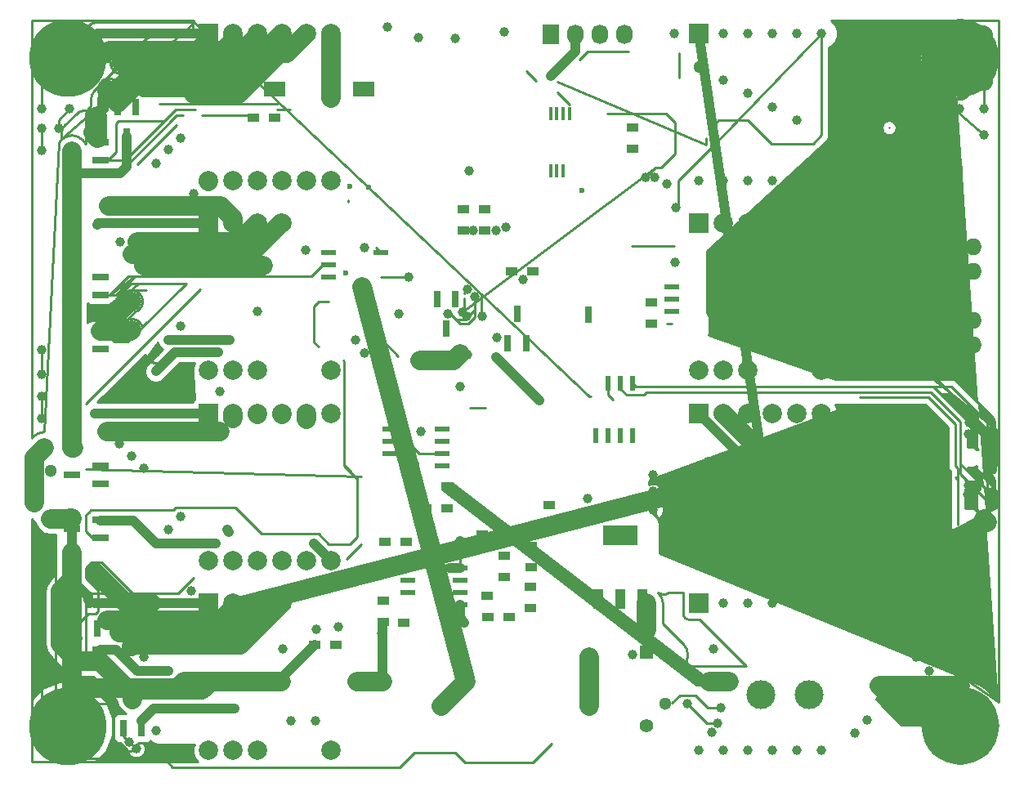
<source format=gbr>
From 0f52be1e7a3083940464a490172118ca44754852 Mon Sep 17 00:00:00 2001
From: jaseg <git@jaseg.net>
Date: Wed, 17 May 2017 11:25:17 +0200
Subject: Release v0.2

---
 hw/chibi/chibi_2024/gerbers/chibi_2024-F.Cu.gbr | 2665 +++++++++++------------
 1 file changed, 1231 insertions(+), 1434 deletions(-)

(limited to 'hw/chibi/chibi_2024/gerbers/chibi_2024-F.Cu.gbr')

diff --git a/hw/chibi/chibi_2024/gerbers/chibi_2024-F.Cu.gbr b/hw/chibi/chibi_2024/gerbers/chibi_2024-F.Cu.gbr
index 56b7bee..09e6038 100644
--- a/hw/chibi/chibi_2024/gerbers/chibi_2024-F.Cu.gbr
+++ b/hw/chibi/chibi_2024/gerbers/chibi_2024-F.Cu.gbr
@@ -1,7 +1,7 @@
 G04 #@! TF.FileFunction,Copper,L1,Top,Signal*
 %FSLAX46Y46*%
 G04 Gerber Fmt 4.6, Leading zero omitted, Abs format (unit mm)*
-G04 Created by KiCad (PCBNEW 4.0.4-1.fc24-product) date Thu May  4 13:36:18 2017*
+G04 Created by KiCad (PCBNEW 4.0.4-1.fc24-product) date Wed May 17 10:11:47 2017*
 %MOMM*%
 %LPD*%
 G01*
@@ -17,29 +17,29 @@ G04 APERTURE LIST*
 %ADD18R,0.750000X1.200000*%
 %ADD19R,0.797560X0.797560*%
 %ADD20C,2.349500*%
-%ADD21C,8.600000*%
-%ADD22C,0.700000*%
-%ADD23R,1.727200X1.727200*%
-%ADD24O,1.727200X1.727200*%
-%ADD25R,1.727200X2.032000*%
-%ADD26O,1.727200X2.032000*%
-%ADD27R,1.800860X0.800100*%
-%ADD28R,0.800100X1.800860*%
-%ADD29R,1.200000X0.900000*%
-%ADD30R,3.657600X2.032000*%
-%ADD31R,1.016000X2.032000*%
-%ADD32R,1.550000X0.600000*%
-%ADD33R,0.450000X1.450000*%
-%ADD34R,0.600000X1.500000*%
-%ADD35R,1.500000X0.600000*%
-%ADD36C,1.300000*%
-%ADD37R,1.300000X1.300000*%
-%ADD38R,1.397000X1.397000*%
-%ADD39C,1.397000*%
-%ADD40R,2.180000X1.600000*%
-%ADD41C,3.000000*%
-%ADD42R,2.032000X2.032000*%
-%ADD43C,2.000000*%
+%ADD21R,1.727200X1.727200*%
+%ADD22O,1.727200X1.727200*%
+%ADD23R,1.727200X2.032000*%
+%ADD24O,1.727200X2.032000*%
+%ADD25R,1.800860X0.800100*%
+%ADD26R,0.800100X1.800860*%
+%ADD27R,1.200000X0.900000*%
+%ADD28R,3.657600X2.032000*%
+%ADD29R,1.016000X2.032000*%
+%ADD30R,1.550000X0.600000*%
+%ADD31R,0.450000X1.450000*%
+%ADD32R,0.600000X1.500000*%
+%ADD33R,1.500000X0.600000*%
+%ADD34C,1.300000*%
+%ADD35R,1.300000X1.300000*%
+%ADD36R,1.397000X1.397000*%
+%ADD37C,1.397000*%
+%ADD38R,2.180000X1.600000*%
+%ADD39C,3.000000*%
+%ADD40C,8.000000*%
+%ADD41R,2.032000X2.032000*%
+%ADD42C,2.000000*%
+%ADD43C,1.000000*%
 %ADD44C,0.600000*%
 %ADD45C,1.000000*%
 %ADD46C,0.254000*%
@@ -47,8 +47,7 @@ G04 APERTURE LIST*
 %ADD48C,0.250000*%
 %ADD49C,0.500000*%
 %ADD50C,1.500000*%
-%ADD51C,1.000000*%
-%ADD52C,2.000000*%
+%ADD51C,2.000000*%
 G04 APERTURE END LIST*
 D10*
 D11*
@@ -128,30 +127,8 @@ X91399360Y-110363000D03*
 X106718100Y-115443000D03*
 X106718100Y-110363000D03*
 D21*
-X145161000Y-117475000D03*
-D22*
-X148386000Y-117475000D03*
-X147441419Y-119755419D03*
-X145161000Y-120700000D03*
-X142880581Y-119755419D03*
-X141936000Y-117475000D03*
-X142880581Y-115194581D03*
-X145161000Y-114250000D03*
-X147441419Y-115194581D03*
-D21*
-X145161000Y-48260000D03*
-D22*
-X148386000Y-48260000D03*
-X147441419Y-50540419D03*
-X145161000Y-51485000D03*
-X142880581Y-50540419D03*
-X141936000Y-48260000D03*
-X142880581Y-45979581D03*
-X145161000Y-45035000D03*
-X147441419Y-45979581D03*
-D23*
 X144018000Y-67818000D03*
-D24*
+D22*
 X146558000Y-67818000D03*
 X144018000Y-70358000D03*
 X146558000Y-70358000D03*
@@ -161,42 +138,42 @@ X144018000Y-75438000D03*
 X146558000Y-75438000D03*
 X144018000Y-77978000D03*
 X146558000Y-77978000D03*
-D25*
+D23*
 X102743000Y-45847000D03*
-D26*
+D24*
 X105283000Y-45847000D03*
 X107823000Y-45847000D03*
 X110363000Y-45847000D03*
-D27*
+D25*
 X56111140Y-78420000D03*
 X56111140Y-76520000D03*
 X53108860Y-77470000D03*
 X56111140Y-92390000D03*
 X56111140Y-90490000D03*
 X53108860Y-91440000D03*
-D28*
+D26*
 X58486000Y-117706140D03*
 X60386000Y-117706140D03*
 X59436000Y-114703860D03*
-D27*
+D25*
 X56111140Y-72832000D03*
 X56111140Y-70932000D03*
 X53108860Y-71882000D03*
-X56111140Y-111440000D03*
-X56111140Y-109540000D03*
-X53108860Y-110490000D03*
-D28*
+D26*
+X53850000Y-107373140D03*
+X55750000Y-107373140D03*
+X54800000Y-104370860D03*
 X59751000Y-53362860D03*
 X57851000Y-53362860D03*
 X58801000Y-56365140D03*
-D27*
+D25*
 X56111140Y-97978000D03*
 X56111140Y-96078000D03*
 X53108860Y-97028000D03*
 X56111140Y-58862000D03*
 X56111140Y-56962000D03*
 X53108860Y-57912000D03*
-D28*
+D26*
 X92898000Y-73276460D03*
 X90998000Y-73276460D03*
 X91948000Y-76278740D03*
@@ -206,7 +183,7 @@ X106629200Y-74851260D03*
 X98313200Y-77802740D03*
 X100213200Y-77802740D03*
 X99263200Y-74800460D03*
-D29*
+D27*
 X74112300Y-54457600D03*
 X71912300Y-54457600D03*
 X144229000Y-56642000D03*
@@ -216,7 +193,7 @@ X111201200Y-57665800D03*
 X111201200Y-55465800D03*
 X113157000Y-73576000D03*
 X113157000Y-75776000D03*
-D29*
+D27*
 X98722000Y-70358000D03*
 X100922000Y-70358000D03*
 X102573000Y-94615000D03*
@@ -226,7 +203,7 @@ X100711000Y-98849000D03*
 X100711000Y-101049000D03*
 X100647500Y-105240000D03*
 X100647500Y-103040000D03*
-D29*
+D27*
 X95674000Y-97663000D03*
 X97874000Y-97663000D03*
 X87495200Y-106794300D03*
@@ -236,7 +213,7 @@ X97917000Y-99801500D03*
 X97917000Y-102001500D03*
 X85394800Y-104475100D03*
 X85394800Y-106675100D03*
-D29*
+D27*
 X87764800Y-98399600D03*
 X85564800Y-98399600D03*
 X80475000Y-109093000D03*
@@ -244,7 +221,7 @@ X78275000Y-109093000D03*
 D11*
 X83921600Y-100601600D03*
 X83921600Y-102801600D03*
-D29*
+D27*
 X98445500Y-106172000D03*
 X96245500Y-106172000D03*
 X96182000Y-103949500D03*
@@ -268,13 +245,13 @@ X95885000Y-63924000D03*
 X95885000Y-66124000D03*
 X93726000Y-63924000D03*
 X93726000Y-66124000D03*
-D30*
+D28*
 X109982000Y-97739200D03*
-D31*
+D29*
 X109982000Y-104343200D03*
 X112268000Y-104343200D03*
 X107696000Y-104343200D03*
-D32*
+D30*
 X115283000Y-72009000D03*
 X115283000Y-73279000D03*
 X115283000Y-74549000D03*
@@ -283,7 +260,7 @@ X120683000Y-75819000D03*
 X120683000Y-74549000D03*
 X120683000Y-73279000D03*
 X120683000Y-72009000D03*
-D33*
+D31*
 X102739000Y-59973000D03*
 X103389000Y-59973000D03*
 X104039000Y-59973000D03*
@@ -304,7 +281,7 @@ X104689000Y-54073000D03*
 X104039000Y-54073000D03*
 X103389000Y-54073000D03*
 X102739000Y-54073000D03*
-D32*
+D30*
 X87927200Y-101130100D03*
 X87927200Y-102400100D03*
 X87927200Y-103670100D03*
@@ -313,7 +290,7 @@ X93327200Y-104940100D03*
 X93327200Y-103670100D03*
 X93327200Y-102400100D03*
 X93327200Y-101130100D03*
-D34*
+D32*
 X111252000Y-82009000D03*
 X109982000Y-82009000D03*
 X108712000Y-82009000D03*
@@ -330,7 +307,7 @@ X107442000Y-87409000D03*
 X108712000Y-87409000D03*
 X109982000Y-87409000D03*
 X111252000Y-87409000D03*
-D32*
+D30*
 X86073000Y-86741000D03*
 X86073000Y-88011000D03*
 X86073000Y-89281000D03*
@@ -339,7 +316,7 @@ X91473000Y-90551000D03*
 X91473000Y-89281000D03*
 X91473000Y-88011000D03*
 X91473000Y-86741000D03*
-D35*
+D33*
 X79723000Y-68453000D03*
 X79723000Y-69723000D03*
 X79723000Y-70993000D03*
@@ -359,7 +336,7 @@ X85123000Y-68453000D03*
 D11*
 X96266000Y-92794000D03*
 X96266000Y-90594000D03*
-D29*
+D27*
 X89832000Y-94932500D03*
 X92032000Y-94932500D03*
 X92032000Y-92646500D03*
@@ -383,43 +360,62 @@ X118400734Y-112898223D01*
 X119601777Y-112400734D01*
 X119601777Y-112400734D01*
 G37*
-D36*
+D34*
 X114630602Y-115163417D03*
-D37*
+D35*
 X50927000Y-96012000D03*
-D36*
+D34*
 X50927000Y-91012000D03*
-D38*
+D36*
 X112649000Y-109855000D03*
-D39*
+D37*
 X112649000Y-117475000D03*
-D40*
+D38*
 X144302430Y-60200320D03*
 X135097570Y-60195680D03*
 X83367830Y-51475420D03*
 X74162970Y-51470780D03*
-D41*
+D39*
 X124500000Y-114250000D03*
 X129500000Y-114250000D03*
 X124500000Y-94500000D03*
 X129500000Y-94500000D03*
+D40*
+X145161000Y-117475000D03*
+X145161000Y-48260000D03*
+X52750000Y-48250000D03*
+X52750000Y-117500000D03*
+D41*
+X118110000Y-104775000D03*
 D42*
-X67310000Y-45720000D03*
-D43*
-X69850000Y-45720000D03*
-X72390000Y-45720000D03*
-X74930000Y-45720000D03*
-X77470000Y-45720000D03*
-X80010000Y-45720000D03*
-X74930000Y-60960000D03*
-X77470000Y-60960000D03*
-X67310000Y-60960000D03*
-X69850000Y-60960000D03*
-X80010000Y-60960000D03*
-X72390000Y-60960000D03*
+X120650000Y-104775000D03*
+X123190000Y-104775000D03*
+X125730000Y-104775000D03*
+X128270000Y-104775000D03*
+X130810000Y-104775000D03*
+X125730000Y-120015000D03*
+X128270000Y-120015000D03*
+X118110000Y-120015000D03*
+X120650000Y-120015000D03*
+X130810000Y-120015000D03*
+X123190000Y-120015000D03*
+D41*
+X118110000Y-85090000D03*
 D42*
+X120650000Y-85090000D03*
+X123190000Y-85090000D03*
+X125730000Y-85090000D03*
+X128270000Y-85090000D03*
+X130810000Y-85090000D03*
+X125730000Y-100330000D03*
+X128270000Y-100330000D03*
+X118110000Y-100330000D03*
+X120650000Y-100330000D03*
+X130810000Y-100330000D03*
+X123190000Y-100330000D03*
+D41*
 X118110000Y-65405000D03*
-D43*
+D42*
 X120650000Y-65405000D03*
 X123190000Y-65405000D03*
 X125730000Y-65405000D03*
@@ -431,37 +427,37 @@ X118110000Y-80645000D03*
 X120650000Y-80645000D03*
 X130810000Y-80645000D03*
 X123190000Y-80645000D03*
+D41*
+X118110000Y-45720000D03*
 D42*
-X118110000Y-104775000D03*
-D43*
-X120650000Y-104775000D03*
-X123190000Y-104775000D03*
-X125730000Y-104775000D03*
-X128270000Y-104775000D03*
-X130810000Y-104775000D03*
-X125730000Y-120015000D03*
-X128270000Y-120015000D03*
-X118110000Y-120015000D03*
-X120650000Y-120015000D03*
-X130810000Y-120015000D03*
-X123190000Y-120015000D03*
-D42*
-X67310000Y-85090000D03*
-D43*
-X69850000Y-85090000D03*
-X72390000Y-85090000D03*
-X74930000Y-85090000D03*
-X77470000Y-85090000D03*
-X80010000Y-85090000D03*
-X74930000Y-100330000D03*
-X77470000Y-100330000D03*
-X67310000Y-100330000D03*
-X69850000Y-100330000D03*
-X80010000Y-100330000D03*
-X72390000Y-100330000D03*
+X120650000Y-45720000D03*
+X123190000Y-45720000D03*
+X125730000Y-45720000D03*
+X128270000Y-45720000D03*
+X130810000Y-45720000D03*
+X125730000Y-60960000D03*
+X128270000Y-60960000D03*
+X118110000Y-60960000D03*
+X120650000Y-60960000D03*
+X130810000Y-60960000D03*
+X123190000Y-60960000D03*
+D41*
+X67310000Y-45720000D03*
 D42*
+X69850000Y-45720000D03*
+X72390000Y-45720000D03*
+X74930000Y-45720000D03*
+X77470000Y-45720000D03*
+X80010000Y-45720000D03*
+X74930000Y-60960000D03*
+X77470000Y-60960000D03*
+X67310000Y-60960000D03*
+X69850000Y-60960000D03*
+X80010000Y-60960000D03*
+X72390000Y-60960000D03*
+D41*
 X67310000Y-65405000D03*
-D43*
+D42*
 X69850000Y-65405000D03*
 X72390000Y-65405000D03*
 X74930000Y-65405000D03*
@@ -473,9 +469,23 @@ X67310000Y-80645000D03*
 X69850000Y-80645000D03*
 X80010000Y-80645000D03*
 X72390000Y-80645000D03*
+D41*
+X67310000Y-85090000D03*
 D42*
+X69850000Y-85090000D03*
+X72390000Y-85090000D03*
+X74930000Y-85090000D03*
+X77470000Y-85090000D03*
+X80010000Y-85090000D03*
+X74930000Y-100330000D03*
+X77470000Y-100330000D03*
+X67310000Y-100330000D03*
+X69850000Y-100330000D03*
+X80010000Y-100330000D03*
+X72390000Y-100330000D03*
+D41*
 X67310000Y-104775000D03*
-D43*
+D42*
 X69850000Y-104775000D03*
 X72390000Y-104775000D03*
 X74930000Y-104775000D03*
@@ -487,49 +497,33 @@ X67310000Y-120015000D03*
 X69850000Y-120015000D03*
 X80010000Y-120015000D03*
 X72390000Y-120015000D03*
-D42*
-X118110000Y-85090000D03*
-D43*
-X120650000Y-85090000D03*
-X123190000Y-85090000D03*
-X125730000Y-85090000D03*
-X128270000Y-85090000D03*
-X130810000Y-85090000D03*
-X125730000Y-100330000D03*
-X128270000Y-100330000D03*
-X118110000Y-100330000D03*
-X120650000Y-100330000D03*
-X130810000Y-100330000D03*
-X123190000Y-100330000D03*
-D42*
-X118110000Y-45720000D03*
 D43*
-X120650000Y-45720000D03*
-X123190000Y-45720000D03*
-X125730000Y-45720000D03*
-X128270000Y-45720000D03*
-X130810000Y-45720000D03*
-X125730000Y-60960000D03*
-X128270000Y-60960000D03*
-X118110000Y-60960000D03*
-X120650000Y-60960000D03*
-X130810000Y-60960000D03*
-X123190000Y-60960000D03*
+X113322100Y-95059500D03*
 D44*
 X81927700Y-61544200D03*
 X105994200Y-62014100D03*
-D45*
-X119634000Y-109474000D03*
+D43*
+X52895000Y-53548000D03*
+X51752000Y-55580000D03*
+X49974000Y-57866000D03*
+X50038000Y-55580000D03*
+X49974000Y-53548000D03*
+X140525000Y-51135000D03*
+X142430000Y-53548000D03*
+X147637000Y-56215000D03*
+X145097000Y-53548000D03*
+X147637000Y-53548000D03*
+X50038000Y-85598000D03*
+X50038000Y-83312000D03*
+X50038000Y-81026000D03*
+X50038000Y-78486000D03*
 X120396000Y-115570000D03*
+X119634000Y-109474000D03*
 X74993500Y-109474000D03*
 X63309500Y-120713500D03*
 X50038000Y-103632000D03*
 X50038000Y-106426000D03*
 X50038000Y-109220000D03*
-X50038000Y-78486000D03*
-X50038000Y-81026000D03*
-X50038000Y-83312000D03*
-X50038000Y-85598000D03*
 X50038000Y-101346000D03*
 X119278400Y-95237300D03*
 X117983000Y-98171000D03*
@@ -537,8 +531,8 @@ X130429000Y-102489000D03*
 X85852000Y-45085000D03*
 X97917000Y-45593000D03*
 X115570000Y-45720000D03*
-X145923000Y-93472000D03*
-X146050000Y-87249000D03*
+X145986000Y-92537000D03*
+X146113000Y-86060000D03*
 X111188500Y-110109000D03*
 X88646000Y-90297000D03*
 X89281000Y-86931500D03*
@@ -549,7 +543,7 @@ X93345000Y-82296000D03*
 X77343000Y-68199000D03*
 D44*
 X81534000Y-70548500D03*
-D45*
+D43*
 X65786000Y-62357000D03*
 X68453000Y-82804000D03*
 X72390000Y-74549000D03*
@@ -566,8 +560,6 @@ X143332200Y-98463100D03*
 X143332200Y-96672400D03*
 X143243300Y-93408500D03*
 X143306800Y-94970600D03*
-X113322100Y-95059500D03*
-X113360200Y-93129100D03*
 X113385600Y-91414600D03*
 X119024400Y-90119200D03*
 X106603800Y-93878400D03*
@@ -605,7 +597,7 @@ X85242400Y-107899200D03*
 X90805000Y-102565200D03*
 X83489800Y-67894200D03*
 X83058000Y-71856600D03*
-D45*
+D43*
 X120700800Y-69773800D03*
 X97205800Y-77241400D03*
 X115646200Y-69469000D03*
@@ -625,25 +617,24 @@ X119430800Y-118110000D03*
 X116865400Y-115163600D03*
 X120015000Y-117221000D03*
 X115697000Y-63792100D03*
-D45*
-X55372000Y-56007000D03*
+D43*
+X55498500Y-101554000D03*
+X55750000Y-54250000D03*
 X141859000Y-91948000D03*
 X141859000Y-72263000D03*
 X141986000Y-111760000D03*
 X118110000Y-49276000D03*
-X55499000Y-104775000D03*
 X55499000Y-85090000D03*
 X55753000Y-65532000D03*
-X55753000Y-45720000D03*
-X56953002Y-51562000D03*
+X56768500Y-104729000D03*
+X63000000Y-48750000D03*
 X56769000Y-86995000D03*
 X56953002Y-63627000D03*
-X57023000Y-47498000D03*
 X140589000Y-90678000D03*
 X140589000Y-70993000D03*
 X140589000Y-110363000D03*
 X120650000Y-50546000D03*
-X56769000Y-106553000D03*
+X63750000Y-50000000D03*
 X58039000Y-88265000D03*
 X58166000Y-67310000D03*
 X139319000Y-89408000D03*
@@ -651,31 +642,30 @@ X139319000Y-69723000D03*
 X139319000Y-109093000D03*
 X123190000Y-51943000D03*
 X58039000Y-107823000D03*
-X58293000Y-48768000D03*
+X59308500Y-73487000D03*
+X64500000Y-51250000D03*
 X59309000Y-89535000D03*
-X59309000Y-76454000D03*
 X138049000Y-88138000D03*
 X138049000Y-68453000D03*
 X138049000Y-107823000D03*
 X125730000Y-53340000D03*
-X59436000Y-50038000D03*
 X59309000Y-109220000D03*
 X59436000Y-68580000D03*
+X65750000Y-52000000D03*
 X136779000Y-86868000D03*
 X136779000Y-67183000D03*
 X136779000Y-106553000D03*
 X128270000Y-54737000D03*
 X60579000Y-110363000D03*
 X60579000Y-90805000D03*
-X60636002Y-51308000D03*
 X60579000Y-69780002D03*
 D44*
 X83858100Y-61633100D03*
-D45*
+D43*
+X61848500Y-80726000D03*
 X61849000Y-98552000D03*
 X61849000Y-117983000D03*
 X61849000Y-59182000D03*
-X61849000Y-78740000D03*
 X135509000Y-97282000D03*
 X135509000Y-77470000D03*
 X135509000Y-116840000D03*
@@ -684,10 +674,10 @@ X64389000Y-115697000D03*
 X64389000Y-95758000D03*
 X64389000Y-76073000D03*
 X64389000Y-56584998D03*
+X63100000Y-111800000D03*
 X63119000Y-97155000D03*
 X63119000Y-57785000D03*
 X63119000Y-77470000D03*
-X63119000Y-111760000D03*
 X134239000Y-98552000D03*
 X134112000Y-78740000D03*
 X134239000Y-118237000D03*
@@ -698,7 +688,7 @@ X78486000Y-107442000D03*
 X80772000Y-107188000D03*
 X75819000Y-116967000D03*
 X78359000Y-116967000D03*
-X59055000Y-119126000D03*
+X59816500Y-119842000D03*
 X82524600Y-77470000D03*
 X65532000Y-103505000D03*
 X83439000Y-78816200D03*
@@ -720,23 +710,32 @@ X97104200Y-66167000D03*
 X94742000Y-66167000D03*
 X99898200Y-71183500D03*
 X98107500Y-65760600D03*
+X94043000Y-75011000D03*
 X112598200Y-60629800D03*
-X93624400Y-74574400D03*
 X94132400Y-72263000D03*
 X86995000Y-74803000D03*
 X94157800Y-78994000D03*
 X113487200Y-60629800D03*
 X94335600Y-59969400D03*
 X95656400Y-75006200D03*
+X114757200Y-61290200D03*
 X94869000Y-73025000D03*
 X92100400Y-74777600D03*
-X114757200Y-61290200D03*
 X89027000Y-46151800D03*
 X92862400Y-46202600D03*
 X88011000Y-70993000D03*
+D45*
+X67299998Y-49549998D02*
+X68250000Y-49549998D01*
+X67250000Y-49500000D02*
+X67299998Y-49549998D01*
+X66250000Y-50750000D02*
+X67000000Y-50750000D01*
 D46*
-X137802800Y-55511700D02*
-X137805200Y-55514100D01*
+X113322100Y-93167200D02*
+X113322100Y-95059500D01*
+X113360200Y-93129100D02*
+X113322100Y-93167200D01*
 X137805200Y-64884300D02*
 X136779000Y-63858100D01*
 X137414000Y-59944000D02*
@@ -813,43 +812,109 @@ X135905200Y-64884300D02*
 X135905200Y-61003310D01*
 X135905200Y-61003310D02*
 X135097570Y-60195680D01*
+X52750000Y-48250000D02*
+X49974000Y-51026000D01*
+X49974000Y-51026000D02*
+X49974000Y-53548000D01*
+X51752000Y-54691000D02*
+X52895000Y-53548000D01*
+X51752000Y-55580000D02*
+X51752000Y-54691000D01*
+X50038000Y-57802000D02*
+X49974000Y-57866000D01*
+X50038000Y-55580000D02*
+X50038000Y-57802000D01*
+X52750000Y-48250000D02*
+X55453000Y-45547000D01*
+X57244750Y-73709250D02*
+X57530500Y-73423500D01*
+X56332500Y-74621500D02*
+X57244750Y-73709250D01*
+X54791500Y-74621500D02*
+X56332500Y-74621500D01*
+X57530500Y-73423500D02*
+X57911500Y-73423500D01*
+X57911500Y-73423500D02*
+X59054500Y-72280500D01*
+X59054500Y-72280500D02*
+X60832500Y-72280500D01*
+X145161000Y-48260000D02*
+X142430000Y-53150000D01*
+X140525000Y-51135000D02*
+X140525000Y-51262000D01*
+X142430000Y-53150000D02*
+X142430000Y-53548000D01*
+X145161000Y-48260000D02*
+X147637000Y-50736000D01*
+X147637000Y-50736000D02*
+X147637000Y-53548000D01*
+X145097000Y-54056000D02*
+X147637000Y-56215000D01*
+X145097000Y-53548000D02*
+X145097000Y-54056000D01*
+X49974500Y-111206000D02*
+X50736000Y-111206000D01*
+X58610000Y-120985000D02*
+X58610000Y-120840500D01*
+X58465500Y-120840500D02*
+X58610000Y-120985000D01*
+X58338500Y-120840500D02*
+X58465500Y-120840500D01*
+X57467000Y-119969000D02*
+X58338500Y-120840500D01*
+X57467000Y-115270000D02*
+X57467000Y-119969000D01*
+X54800000Y-112603000D02*
+X57467000Y-115270000D01*
+X52133000Y-112603000D02*
+X54800000Y-112603000D01*
+X50736000Y-111206000D02*
+X52133000Y-112603000D01*
+X50038000Y-83312000D02*
+X50038000Y-85598000D01*
+X50038000Y-78486000D02*
+X50038000Y-81026000D01*
 D48*
 X117750000Y-114300000D02*
 X119020000Y-115570000D01*
-X119020000Y-115570000D02*
-X120396000Y-115570000D01*
+D47*
+X58610000Y-120840500D02*
+X57658000Y-120840500D01*
+X111019600Y-119380000D02*
+X115290600Y-115109000D01*
+X102920800Y-119380000D02*
+X111019600Y-119380000D01*
+X102870000Y-119329200D02*
+X102920800Y-119380000D01*
 D46*
-X100914200Y-121285000D02*
-X102870000Y-119329200D01*
-X93853000Y-121285000D02*
-X100914200Y-121285000D01*
-X92837000Y-120269000D02*
-X93853000Y-121285000D01*
-X88582500Y-120269000D02*
-X92837000Y-120269000D01*
-X87122000Y-121729500D02*
-X88582500Y-120269000D01*
-X63563500Y-121729500D02*
-X87122000Y-121729500D01*
-X62674500Y-120840500D02*
-X63563500Y-121729500D01*
-X57658000Y-120840500D02*
-X62674500Y-120840500D01*
-X115290600Y-115109000D02*
-X116099600Y-114300000D01*
 X116099600Y-114300000D02*
 X117750000Y-114300000D01*
+X115290600Y-115109000D02*
+X116099600Y-114300000D01*
+X57658000Y-120840500D02*
+X62674500Y-120840500D01*
+X62674500Y-120840500D02*
+X63563500Y-121729500D01*
+X63563500Y-121729500D02*
+X87122000Y-121729500D01*
+X87122000Y-121729500D02*
+X88582500Y-120269000D01*
+X88582500Y-120269000D02*
+X92837000Y-120269000D01*
+X92837000Y-120269000D02*
+X93853000Y-121285000D01*
+X93853000Y-121285000D02*
+X100914200Y-121285000D01*
+X100914200Y-121285000D02*
+X102870000Y-119329200D01*
+D48*
+X119020000Y-115570000D02*
+X120396000Y-115570000D01*
 D47*
-X102870000Y-119329200D02*
-X102920800Y-119380000D01*
-X102920800Y-119380000D02*
-X111019600Y-119380000D01*
-X111019600Y-119380000D02*
-X115290600Y-115109000D01*
 X63182500Y-120840500D02*
-X63309500Y-120713500D01*
+X58610000Y-120840500D01*
 X63182500Y-120840500D02*
-X57658000Y-120840500D01*
+X63309500Y-120713500D01*
 D46*
 X50038000Y-109220000D02*
 X49974500Y-109283500D01*
@@ -857,18 +922,10 @@ X50038000Y-106426000D02*
 X50038000Y-109220000D01*
 X50038000Y-102362000D02*
 X50038000Y-101346000D01*
-X50038000Y-78486000D02*
-X50038000Y-81026000D01*
-X50038000Y-85598000D02*
-X50038000Y-83312000D01*
 X50038000Y-102362000D02*
 X50038000Y-103632000D01*
-X52514500Y-120840500D02*
-X57658000Y-120840500D01*
-X49974500Y-118300500D02*
-X52514500Y-120840500D01*
 X49974500Y-109283500D02*
-X49974500Y-118300500D01*
+X49974500Y-111206000D01*
 X129500000Y-94500000D02*
 X124500000Y-94500000D01*
 X124500000Y-94500000D02*
@@ -903,11 +960,11 @@ X59944000Y-59309000D02*
 X64008000Y-55245000D01*
 D47*
 X146050000Y-94500700D02*
-X146050000Y-93599000D01*
-X146050000Y-93599000D02*
-X145923000Y-93472000D01*
+X146113000Y-92664000D01*
+X146113000Y-92664000D02*
+X145986000Y-92537000D01*
 X146050000Y-88150700D02*
-X146050000Y-87249000D01*
+X146113000Y-86060000D01*
 X98742500Y-86614000D02*
 X98615500Y-86614000D01*
 X97853500Y-96075500D02*
@@ -942,9 +999,9 @@ X58420000Y-70485000D01*
 X54737000Y-67564000D02*
 X55880000Y-67564000D01*
 X54737000Y-74676000D02*
+X54791500Y-74621500D01*
+X54791500Y-74621500D02*
 X54864000Y-74549000D01*
-X54864000Y-74549000D02*
-X58928000Y-74549000D01*
 X55245000Y-63119000D02*
 X55213250Y-63150750D01*
 X55213250Y-63150750D02*
@@ -1015,12 +1072,8 @@ X143306800Y-94970600D01*
 D46*
 X115191540Y-93129100D02*
 X115100100Y-93129100D01*
-X115100100Y-93129100D02*
-X113385600Y-91414600D01*
-X113322100Y-93167200D02*
-X113322100Y-95059500D01*
-X113360200Y-93129100D02*
-X113322100Y-93167200D01*
+X115100100Y-93129100D02*
+X113385600Y-91414600D01*
 X119024400Y-90119200D02*
 X118201440Y-90119200D01*
 X116027200Y-87122000D02*
@@ -1306,7 +1359,7 @@ X93406000Y-101051300D02*
 X93406000Y-98298000D01*
 X85123000Y-68453000D02*
 X84622600Y-67952600D01*
-D51*
+D45*
 X93327200Y-101130100D02*
 X92240100Y-101130100D01*
 X92240100Y-101130100D02*
@@ -1323,7 +1376,7 @@ X85318600Y-106751300D02*
 X85318600Y-107899200D01*
 X85318600Y-107899200D02*
 X85318600Y-112903000D01*
-D52*
+D51*
 X85318600Y-112903000D02*
 X82690000Y-112903000D01*
 D47*
@@ -1346,7 +1399,7 @@ X85077300Y-97421700D02*
 X92529700Y-97421700D01*
 X84175600Y-96520000D02*
 X85077300Y-97421700D01*
-D52*
+D51*
 X91399360Y-115443000D02*
 X93939360Y-112903000D01*
 X93939360Y-112903000D02*
@@ -1367,10 +1420,10 @@ X83210400Y-72009000D01*
 D47*
 X84622600Y-66675000D02*
 X84622600Y-65989200D01*
-D51*
+D45*
 X93406000Y-98298000D02*
 X93327200Y-98376800D01*
-D52*
+D51*
 X112699800Y-107518200D02*
 X112699800Y-104775000D01*
 X112699800Y-104775000D02*
@@ -1529,7 +1582,7 @@ X92656002Y-79632198D02*
 X93370400Y-78917800D01*
 X89258798Y-79632198D02*
 X92656002Y-79632198D01*
-D51*
+D45*
 X97053400Y-79222600D02*
 X101549200Y-83718400D01*
 X103962200Y-83718400D02*
@@ -1803,17 +1856,40 @@ X93327200Y-104940100D02*
 X93327200Y-106309100D01*
 X93327200Y-106309100D02*
 X93761600Y-106743500D01*
-D47*
-X58801000Y-56365140D02*
-X58397140Y-56365140D01*
-X53108860Y-55984140D02*
-X53108860Y-57912000D01*
-X54356000Y-54737000D02*
-X53108860Y-55984140D01*
-X56769000Y-54737000D02*
-X54356000Y-54737000D01*
-X58397140Y-56365140D02*
-X56769000Y-54737000D01*
+D45*
+X53108860Y-60210700D02*
+X58106800Y-60210700D01*
+X58801000Y-59516500D02*
+X58801000Y-56365140D01*
+X58106800Y-60210700D02*
+X58801000Y-59516500D01*
+X54800000Y-104082280D02*
+X53108860Y-102391140D01*
+X54800000Y-104370860D02*
+X54800000Y-104082280D01*
+D51*
+X67500000Y-112903000D02*
+X66653000Y-113750000D01*
+X59478000Y-113750000D02*
+X59436000Y-113792000D01*
+X66653000Y-113750000D02*
+X59478000Y-113750000D01*
+X59436000Y-113792000D02*
+X59042000Y-113792000D01*
+X59042000Y-113792000D02*
+X56000000Y-110750000D01*
+X56000000Y-110750000D02*
+X53750000Y-110750000D01*
+X53750000Y-110750000D02*
+X51998860Y-108998860D01*
+X51998860Y-108998860D02*
+X51998860Y-107250000D01*
+X51998860Y-107250000D02*
+X51998860Y-103501140D01*
+X53108860Y-102391140D02*
+X53108860Y-99468940D01*
+X51998860Y-103501140D02*
+X53108860Y-102391140D01*
 D46*
 X57023000Y-60210700D02*
 X58026300Y-60210700D01*
@@ -1823,13 +1899,11 @@ X64008000Y-54229000D02*
 X64643000Y-54229000D01*
 X58026300Y-60210700D02*
 X64008000Y-54229000D01*
-D52*
+D51*
 X53108860Y-60210700D02*
 X53108860Y-57912000D01*
 X59436000Y-114703860D02*
 X59436000Y-113792000D01*
-X59436000Y-113792000D02*
-X59198998Y-113554998D01*
 D46*
 X66573400Y-54190900D02*
 X71645600Y-54190900D01*
@@ -1843,13 +1917,7 @@ X66573400Y-54190900D02*
 X66624200Y-54190900D01*
 X66624200Y-54190900D02*
 X66649600Y-54190900D01*
-D51*
-X53108860Y-110490000D02*
-X53108860Y-108562140D01*
-X53263800Y-108407200D02*
-X53108860Y-108407200D01*
-X53108860Y-108562140D02*
-X53263800Y-108407200D01*
+D45*
 X53108860Y-97028000D02*
 X53108860Y-99468940D01*
 X53035200Y-99542600D02*
@@ -1880,7 +1948,7 @@ X74790000Y-112903000D02*
 X74790000Y-112578000D01*
 X74790000Y-112578000D02*
 X78275000Y-109093000D01*
-D52*
+D51*
 X53108860Y-88646000D02*
 X53314600Y-88646000D01*
 X53314600Y-88646000D02*
@@ -1892,7 +1960,7 @@ X49225200Y-89662000D02*
 X49225200Y-94310200D01*
 X50241200Y-88646000D02*
 X49225200Y-89662000D01*
-D52*
+D51*
 X50927000Y-96012000D02*
 X53108860Y-96012000D01*
 X53108860Y-95935800D02*
@@ -1904,29 +1972,13 @@ X52933600Y-95935800D01*
 X53108860Y-96012000D02*
 X53032660Y-95935800D01*
 X74790000Y-112903000D02*
-X64770000Y-112903000D01*
-X53213000Y-113792000D02*
-X53108860Y-113792000D01*
-X53213000Y-113659138D02*
-X53213000Y-113792000D01*
-X53108860Y-113554998D02*
-X53213000Y-113659138D01*
-X64118002Y-113554998D02*
-X59198998Y-113554998D01*
-X59198998Y-113554998D02*
-X53108860Y-113554998D01*
-X64770000Y-112903000D02*
-X64118002Y-113554998D01*
+X67500000Y-112903000D01*
 X53108860Y-60210700D02*
 X53108860Y-74622660D01*
 X53108860Y-74622660D02*
 X53108860Y-76070460D01*
 X53108860Y-76070460D02*
 X53108860Y-88646000D01*
-X53108860Y-99542600D02*
-X53108860Y-108407200D01*
-X53108860Y-108407200D02*
-X53108860Y-113792000D01*
 D46*
 X94361000Y-84482940D02*
 X95996940Y-84482940D01*
@@ -1973,16 +2025,20 @@ X89090500Y-89281000D02*
 X91473000Y-89281000D01*
 X87820500Y-88011000D02*
 X89090500Y-89281000D01*
+D46*
+X144653000Y-90505000D02*
+X144907000Y-90759000D01*
+X144907000Y-90759000D02*
+X144907000Y-91948000D01*
+D48*
 X147955000Y-100500000D02*
 X147955000Y-99695000D01*
 X141859000Y-83439000D02*
 X134747000Y-83439000D01*
 X144653000Y-86233000D02*
 X141859000Y-83439000D01*
-X144653000Y-91694000D02*
+X144653000Y-90505000D02*
 X144653000Y-86233000D01*
-X144907000Y-91948000D02*
-X144653000Y-91694000D01*
 X144907000Y-96647000D02*
 X144907000Y-91948000D01*
 X147955000Y-99695000D02*
@@ -1999,36 +2055,50 @@ X109220000Y-83693000D02*
 X108712000Y-83185000D01*
 X108712000Y-83185000D02*
 X108712000Y-82009000D01*
+D46*
+X141922000Y-82283300D02*
+X144241300Y-82283300D01*
+X147955000Y-85997000D02*
+X147955000Y-87800000D01*
+X144241300Y-82283300D02*
+X147955000Y-85997000D01*
+D48*
 X147955000Y-87800000D02*
 X147871000Y-87800000D01*
-X147871000Y-87800000D02*
-X142354300Y-82283300D01*
 X137680700Y-82283300D02*
 X137668000Y-82296000D01*
 X137668000Y-82296000D02*
 X111539000Y-82296000D01*
 X139108000Y-82283300D02*
 X137680700Y-82283300D01*
-X142354300Y-82283300D02*
+X141922000Y-82283300D02*
 X139108000Y-82283300D01*
 X111539000Y-82296000D02*
 X111252000Y-82009000D01*
+D46*
+X147955000Y-94150000D02*
+X147955000Y-92093000D01*
+X146240000Y-91394000D02*
+X145161000Y-90315000D01*
+X147256000Y-91394000D02*
+X146240000Y-91394000D01*
+X147955000Y-92093000D02*
+X147256000Y-91394000D01*
+D48*
 X136093200Y-82931000D02*
 X142113000Y-82931000D01*
-X109982000Y-82550000D02*
-X110617000Y-83185000D01*
-X110617000Y-83185000D02*
-X112395000Y-83185000D01*
-X112395000Y-83185000D02*
-X112649000Y-82931000D01*
-X112649000Y-82931000D02*
-X136093200Y-82931000D01*
-X145161000Y-91356000D02*
-X147955000Y-94150000D01*
-X145161000Y-85979000D02*
-X145161000Y-91356000D01*
 X142113000Y-82931000D02*
 X145161000Y-85979000D01*
+X145161000Y-85979000D02*
+X145161000Y-90315000D01*
+X112649000Y-82931000D02*
+X136093200Y-82931000D01*
+X112395000Y-83185000D02*
+X112649000Y-82931000D01*
+X110617000Y-83185000D02*
+X112395000Y-83185000D01*
+X109982000Y-82550000D02*
+X110617000Y-83185000D01*
 X109982000Y-82009000D02*
 X109982000Y-82550000D01*
 X117348000Y-102870000D02*
@@ -2041,46 +2111,68 @@ X120015000Y-117221000D02*
 X118922800Y-117221000D01*
 X118922800Y-117221000D02*
 X116865400Y-115163600D01*
-D46*
-X124333000Y-55880000D02*
-X125603000Y-57150000D01*
-X130810000Y-56261000D02*
-X130810000Y-55245000D01*
-X129921000Y-57150000D02*
-X130810000Y-56261000D01*
-X125603000Y-57150000D02*
-X129921000Y-57150000D01*
-X121920000Y-54737000D02*
-X123190000Y-54737000D01*
-X130810000Y-55245000D02*
+X130810000Y-45720000D02*
 X130810000Y-54483000D01*
-X123190000Y-54737000D02*
-X124333000Y-55880000D01*
-X115951000Y-61074300D02*
-X115951000Y-63538100D01*
-X115951000Y-63538100D02*
-X115697000Y-63792100D01*
-X115951000Y-61074300D02*
-X115951000Y-61010800D01*
-D48*
+X121920000Y-54737000D02*
+X120142000Y-54737000D01*
+X120142000Y-54737000D02*
+X119507000Y-55372000D01*
 X119507000Y-56692800D02*
-X119507000Y-57454800D01*
+X119507000Y-55372000D01*
 X119507000Y-57454800D02*
 X115951000Y-61010800D01*
 X119507000Y-56692800D02*
-X119507000Y-55372000D01*
-X120142000Y-54737000D02*
-X119507000Y-55372000D01*
-X121920000Y-54737000D02*
-X120142000Y-54737000D01*
-X130810000Y-45720000D02*
+X119507000Y-57454800D01*
+D46*
+X115951000Y-61074300D02*
+X115951000Y-61010800D01*
+X115951000Y-63538100D02*
+X115697000Y-63792100D01*
+X115951000Y-61074300D02*
+X115951000Y-63538100D01*
+X123190000Y-54737000D02*
+X124333000Y-55880000D01*
+X130810000Y-55245000D02*
 X130810000Y-54483000D01*
-D47*
+X121920000Y-54737000D02*
+X123190000Y-54737000D01*
+X125603000Y-57150000D02*
+X129921000Y-57150000D01*
+X129921000Y-57150000D02*
+X130810000Y-56261000D01*
+X130810000Y-56261000D02*
+X130810000Y-55245000D01*
+X124333000Y-55880000D02*
+X125603000Y-57150000D01*
+D45*
 X56111140Y-56962000D02*
-X56111140Y-56746140D01*
-X56111140Y-56746140D02*
-X55372000Y-56007000D01*
-D51*
+X55750000Y-56600860D01*
+X55750000Y-56600860D02*
+X55750000Y-54250000D01*
+X61340500Y-104775000D02*
+X58719500Y-104775000D01*
+X58719500Y-104775000D02*
+X55498500Y-101554000D01*
+D47*
+X58719500Y-104775000D02*
+X55498500Y-101554000D01*
+D45*
+X56750000Y-52000000D02*
+X56250000Y-52500000D01*
+X56250000Y-53750000D02*
+X55750000Y-54250000D01*
+X56250000Y-52500000D02*
+X56250000Y-53750000D01*
+X67310000Y-45720000D02*
+X66030000Y-47000000D01*
+X61750000Y-47000000D02*
+X66030000Y-47000000D01*
+X61250000Y-47500000D02*
+X61750000Y-47000000D01*
+X60750000Y-48000000D02*
+X61250000Y-47500000D01*
+X56750000Y-52000000D02*
+X60750000Y-48000000D01*
 X118110000Y-85090000D02*
 X124968000Y-91948000D01*
 X124968000Y-91948000D02*
@@ -2098,21 +2190,33 @@ X118110000Y-45720000D01*
 X118110000Y-49276000D02*
 X118110000Y-49149000D01*
 X67310000Y-104775000D02*
-X55499000Y-104775000D01*
+X61340500Y-104775000D01*
 X67310000Y-85090000D02*
 X55499000Y-85090000D01*
-X67310000Y-45720000D02*
-X55753000Y-45720000D01*
 X55880000Y-65405000D02*
 X67310000Y-65405000D01*
 X55753000Y-65532000D02*
 X55880000Y-65405000D01*
-D47*
+X60261000Y-106553000D02*
+X58592500Y-106553000D01*
+X58592500Y-106553000D02*
+X56768500Y-104729000D01*
+X67750000Y-48250000D02*
+X68082000Y-48250000D01*
 X57851000Y-53362860D02*
-X57851000Y-52459998D01*
-X57851000Y-52459998D02*
-X56953002Y-51562000D01*
-D51*
+X57851000Y-52899000D01*
+X57851000Y-52899000D02*
+X62000000Y-48750000D01*
+X62000000Y-48750000D02*
+X63000000Y-48750000D01*
+X68082000Y-48250000D02*
+X68834000Y-47498000D01*
+X68834000Y-47498000D02*
+X69850000Y-46482000D01*
+X63000000Y-48750000D02*
+X63500000Y-48250000D01*
+X63500000Y-48250000D02*
+X68082000Y-48250000D01*
 X69850000Y-85090000D02*
 X69850000Y-85598000D01*
 X69850000Y-85598000D02*
@@ -2121,8 +2225,6 @@ X68453000Y-86995000D02*
 X56769000Y-86995000D01*
 X56953002Y-63627000D02*
 X59436000Y-63627000D01*
-X58674000Y-47498000D02*
-X57023000Y-47498000D01*
 X120650000Y-85090000D02*
 X126238000Y-90678000D01*
 X126238000Y-90678000D02*
@@ -2144,19 +2246,23 @@ X69850000Y-105283000D01*
 X69850000Y-105283000D02*
 X68580000Y-106553000D01*
 X68580000Y-106553000D02*
-X56769000Y-106553000D01*
+X60261000Y-106553000D01*
 X69850000Y-64897000D02*
 X68580000Y-63627000D01*
 X68580000Y-63627000D02*
 X59436000Y-63627000D01*
-X68834000Y-47498000D02*
-X69850000Y-46482000D01*
 X69850000Y-65405000D02*
 X69850000Y-64897000D01*
 X69850000Y-46482000D02*
 X69850000Y-45720000D01*
-X58674000Y-47498000D02*
-X68834000Y-47498000D01*
+X69932000Y-48432000D02*
+X68814002Y-49549998D01*
+X72390000Y-45974000D02*
+X69932000Y-48432000D01*
+X68814002Y-49549998D02*
+X64200002Y-49549998D01*
+X64200002Y-49549998D02*
+X63750000Y-50000000D01*
 X72390000Y-85090000D02*
 X72390000Y-85217000D01*
 X72390000Y-85217000D02*
@@ -2187,18 +2293,28 @@ X72390000Y-104775000D02*
 X69342000Y-107823000D01*
 X69342000Y-107823000D02*
 X58039000Y-107823000D01*
-X72390000Y-45974000D02*
-X69596000Y-48768000D01*
 X70485000Y-67310000D02*
 X72390000Y-65405000D01*
 X72390000Y-45720000D02*
 X72390000Y-45974000D01*
-X58293000Y-48768000D02*
-X59436000Y-48768000D01*
-X69596000Y-48768000D02*
-X59436000Y-48768000D01*
 X59944000Y-67310000D02*
 X70485000Y-67310000D01*
+X58255140Y-74376000D02*
+X59144140Y-73487000D01*
+X59144140Y-73487000D02*
+X59308500Y-73487000D01*
+X58051570Y-74579570D02*
+X56111140Y-76520000D01*
+X58051570Y-74579570D02*
+X58255140Y-74376000D01*
+X70866000Y-49784000D02*
+X69900000Y-50750000D01*
+X74930000Y-45720000D02*
+X70866000Y-49784000D01*
+X69900000Y-50750000D02*
+X65000000Y-50750000D01*
+X65000000Y-50750000D02*
+X64500000Y-51250000D01*
 X74930000Y-85090000D02*
 X74930000Y-85217000D01*
 X74930000Y-85217000D02*
@@ -2223,20 +2339,12 @@ X74930000Y-104775000D02*
 X70612000Y-109093000D01*
 X70612000Y-109093000D02*
 X59436000Y-109093000D01*
-X70866000Y-49784000D02*
-X70612000Y-50038000D01*
-X70612000Y-50038000D02*
-X61468000Y-50038000D01*
-X74930000Y-45720000D02*
-X70866000Y-49784000D01*
 X71628000Y-68580000D02*
 X74803000Y-65405000D01*
 X71374000Y-68580000D02*
 X71628000Y-68580000D01*
 X74803000Y-65405000D02*
 X74930000Y-65405000D01*
-X61468000Y-50038000D02*
-X59436000Y-50038000D01*
 X59436000Y-109093000D02*
 X59309000Y-109220000D01*
 X70866000Y-68580000D02*
@@ -2245,10 +2353,10 @@ X59436000Y-68580000D02*
 X61722000Y-68580000D01*
 X61722000Y-68580000D02*
 X70866000Y-68580000D01*
-X56111140Y-76520000D02*
-X59243000Y-76520000D01*
-X59243000Y-76520000D02*
-X59309000Y-76454000D01*
+X71839000Y-50589000D02*
+X70428000Y-52000000D01*
+X70428000Y-52000000D02*
+X65750000Y-52000000D01*
 X77470000Y-85090000D02*
 X77470000Y-85725000D01*
 X77470000Y-85725000D02*
@@ -2287,13 +2395,9 @@ X75438000Y-47752000D02*
 X77470000Y-45720000D01*
 X62992000Y-69780002D02*
 X60579000Y-69780002D01*
-X60636002Y-51308000D02*
-X63373000Y-51308000D01*
 X72967998Y-69780002D02*
 X62992000Y-69780002D01*
-X63373000Y-51308000D02*
-X71120000Y-51308000D01*
-X71120000Y-51308000D02*
+X71839000Y-50589000D02*
 X74676000Y-47752000D01*
 X74676000Y-47752000D02*
 X75438000Y-47752000D01*
@@ -2315,14 +2419,18 @@ X80010000Y-45720000D02*
 X80010000Y-52451000D01*
 X67310000Y-60960000D02*
 X67310000Y-61087000D01*
-D51*
+D45*
+X64706000Y-78740000D02*
+X63834500Y-78740000D01*
+X63834500Y-78740000D02*
+X61848500Y-80726000D01*
 X56111140Y-96205000D02*
 X59502000Y-96205000D01*
 X59502000Y-96205000D02*
 X61849000Y-98552000D01*
 X68072000Y-98552000D02*
 X61849000Y-98552000D01*
-X61849000Y-78740000D02*
+X64706000Y-78740000D02*
 X65786000Y-78740000D01*
 X65786000Y-78740000D02*
 X68326000Y-78740000D01*
@@ -2367,7 +2475,7 @@ X60386000Y-116906000D02*
 X61595000Y-115697000D01*
 X61595000Y-115697000D02*
 X64389000Y-115697000D01*
-D51*
+D45*
 X64389000Y-115697000D02*
 X69977000Y-115697000D01*
 X69977000Y-115697000D02*
@@ -2414,6 +2522,22 @@ X80010000Y-60960000D02*
 X79883000Y-60960000D01*
 X80010000Y-100330000D02*
 X78232000Y-98552000D01*
+D47*
+X57340000Y-109340000D02*
+X55750000Y-107750000D01*
+X55750000Y-107750000D02*
+X55750000Y-107373140D01*
+X59700000Y-111700000D02*
+X59800000Y-111800000D01*
+X59800000Y-111800000D02*
+X63100000Y-111800000D01*
+X57000000Y-109000000D02*
+X57340000Y-109340000D01*
+X57340000Y-109340000D02*
+X59700000Y-111700000D01*
+X59700000Y-111700000D02*
+X59750000Y-111750000D01*
+D45*
 X69411998Y-97351998D02*
 X69215000Y-97155000D01*
 X72390000Y-100330000D02*
@@ -2424,12 +2548,6 @@ X66421000Y-77470000D02*
 X63119000Y-77470000D01*
 X66421000Y-77470000D02*
 X69469000Y-77470000D01*
-X56111140Y-109540000D02*
-X57724000Y-109540000D01*
-X59944000Y-111760000D02*
-X63119000Y-111760000D01*
-X57724000Y-109540000D02*
-X59944000Y-111760000D01*
 X123190000Y-100330000D02*
 X124968000Y-98552000D01*
 X124968000Y-98552000D02*
@@ -2514,12 +2632,54 @@ X105283000Y-47599600D02*
 X105283000Y-45847000D01*
 X102739000Y-50143600D02*
 X105283000Y-47599600D01*
+D48*
+X82677000Y-92029000D02*
+X82677000Y-91839000D01*
+X82677000Y-91839000D02*
+X81851000Y-91013000D01*
+X81356200Y-84663000D02*
+X81356200Y-90518200D01*
+X81356200Y-90518200D02*
+X81851000Y-91013000D01*
+X81978000Y-91140000D02*
+X81978000Y-91147400D01*
+X81851000Y-91013000D02*
+X81978000Y-91140000D01*
+D46*
 X54914800Y-95326200D02*
 X55118000Y-95123000D01*
 X63627000Y-95123000D02*
 X63931800Y-94818200D01*
 X55118000Y-95123000D02*
 X63627000Y-95123000D01*
+X63931800Y-94818200D02*
+X70027800Y-94818200D01*
+D48*
+X70053200Y-94818200D02*
+X72821800Y-97586800D01*
+X72821800Y-97586800D02*
+X78689200Y-97586800D01*
+X78689200Y-97586800D02*
+X79756000Y-98653600D01*
+X79756000Y-98653600D02*
+X81915000Y-98653600D01*
+X81915000Y-98653600D02*
+X82677000Y-97891600D01*
+X82677000Y-97891600D02*
+X82677000Y-92029000D01*
+X82677000Y-92029000D02*
+X82677000Y-91846400D01*
+X82677000Y-91846400D02*
+X81978000Y-91147400D01*
+X70027800Y-94818200D02*
+X70053200Y-94818200D01*
+X54610000Y-97282000D02*
+X55306000Y-97978000D01*
+X54610000Y-95631000D02*
+X54610000Y-97282000D01*
+X54914800Y-95326200D02*
+X54610000Y-95631000D01*
+D46*
 X78688365Y-78156635D02*
 X78232000Y-77700270D01*
 D48*
@@ -2533,32 +2693,18 @@ X79723000Y-73533000D02*
 X78740000Y-73533000D01*
 D46*
 X81356200Y-79705200D02*
+X81356200Y-84663000D01*
+X81356200Y-84663000D02*
 X81356200Y-86182200D01*
 X81216500Y-79565500D02*
 X81356200Y-79705200D01*
-X63931800Y-94818200D02*
-X70027800Y-94818200D01*
 D48*
-X70053200Y-94818200D02*
-X72821800Y-97586800D01*
-X72821800Y-97586800D02*
-X78689200Y-97586800D01*
-X78689200Y-97586800D02*
-X79756000Y-98653600D01*
-X79756000Y-98653600D02*
-X81915000Y-98653600D01*
-X81915000Y-98653600D02*
-X82677000Y-97891600D01*
-X82677000Y-97891600D02*
-X82677000Y-91846400D01*
-X82677000Y-91846400D02*
+X81978000Y-91147400D02*
 X81305400Y-90474800D01*
 X81305400Y-90474800D02*
 X81305400Y-86182200D01*
 X81305400Y-86182200D02*
 X81356200Y-86182200D01*
-X70027800Y-94818200D02*
-X70053200Y-94818200D01*
 D46*
 X78232000Y-77700270D02*
 X78232000Y-74041000D01*
@@ -2567,16 +2713,14 @@ X78740000Y-73533000D01*
 D48*
 X55306000Y-97978000D02*
 X56111140Y-97978000D01*
-X54610000Y-97282000D02*
-X55306000Y-97978000D01*
-X54610000Y-95631000D02*
-X54610000Y-97282000D01*
-X54914800Y-95326200D02*
-X54610000Y-95631000D01*
+D46*
+X58486000Y-117706140D02*
+X58486000Y-118511500D01*
+X58486000Y-118511500D02*
+X59816500Y-119842000D01*
+D48*
 X58486000Y-117706140D02*
 X58486000Y-118557000D01*
-X58486000Y-118557000D02*
-X59055000Y-119126000D01*
 D46*
 X82292802Y-77317600D02*
 X82346800Y-77317600D01*
@@ -2664,12 +2808,24 @@ D48*
 X62230000Y-53020000D02*
 X74472800Y-53020000D01*
 D46*
+X56111140Y-58862000D02*
+X56852000Y-58862000D01*
+X56852000Y-58862000D02*
+X57721000Y-57993000D01*
+X63309000Y-54183000D02*
+X63309000Y-54166000D01*
+X62674000Y-54818000D02*
+X63309000Y-54183000D01*
+X57975000Y-54818000D02*
+X62674000Y-54818000D01*
+X57721000Y-55072000D02*
+X57975000Y-54818000D01*
+X57721000Y-57993000D02*
+X57721000Y-55072000D01*
 X65913000Y-53594000D02*
 X63881000Y-53594000D01*
-X58613000Y-58862000D02*
-X56111140Y-58862000D01*
 X63881000Y-53594000D02*
-X58613000Y-58862000D01*
+X63309000Y-54166000D01*
 X81788000Y-63195200D02*
 X81788000Y-63017400D01*
 D48*
@@ -2690,30 +2846,30 @@ X75780900Y-53606700D02*
 X74434700Y-53606700D01*
 X74434700Y-53606700D02*
 X74434700Y-53594000D01*
-X56111140Y-111440000D02*
-X55433000Y-111440000D01*
-X55433000Y-111440000D02*
-X54610000Y-110617000D01*
-X54610000Y-110617000D02*
-X54610000Y-109474000D01*
-X54991000Y-103886000D02*
-X54610000Y-104267000D01*
-X54610000Y-104267000D02*
-X54610000Y-104902000D01*
-D48*
-X54610000Y-109474000D02*
-X54610000Y-104902000D01*
-D46*
+X53850000Y-107373140D02*
+X53850000Y-106885500D01*
+X53850000Y-106885500D02*
+X54863500Y-105872000D01*
+X54863500Y-105872000D02*
+X55625500Y-105872000D01*
+X55625500Y-105872000D02*
+X55879500Y-105618000D01*
+X55879500Y-105618000D02*
+X55879500Y-103395500D01*
+X55879500Y-103395500D02*
+X54609500Y-102125500D01*
+X54609500Y-102125500D02*
+X54609500Y-101109500D01*
+X54609500Y-101109500D02*
+X55181000Y-100538000D01*
+X55181000Y-100538000D02*
+X56197000Y-100538000D01*
+X56197000Y-100538000D02*
+X59418000Y-103759000D01*
+X59418000Y-103759000D02*
+X64135000Y-103759000D01*
 X65786000Y-102108000D02*
 X64135000Y-103759000D01*
-X55118000Y-103759000D02*
-X54991000Y-103886000D01*
-X54991000Y-103886000D02*
-X54737000Y-104140000D01*
-X55753000Y-103759000D02*
-X55118000Y-103759000D01*
-X64135000Y-103759000D02*
-X55753000Y-103759000D01*
 X81584800Y-100203000D02*
 X83159600Y-98628200D01*
 X83159600Y-91592400D02*
@@ -2746,10 +2902,14 @@ X54610000Y-90888860D01*
 X66421000Y-72263000D02*
 X54610000Y-84074000D01*
 D46*
+X60832500Y-70866000D02*
+X59008500Y-70866000D01*
+X59008500Y-70866000D02*
+X58229000Y-71645500D01*
 X56111140Y-72832000D02*
-X57724000Y-72832000D01*
-X57724000Y-72832000D02*
-X59690000Y-70866000D01*
+X57042500Y-72832000D01*
+X57042500Y-72832000D02*
+X58229000Y-71645500D01*
 X72898000Y-70866000D02*
 X77978000Y-70866000D01*
 X77978000Y-70866000D02*
@@ -2757,7 +2917,7 @@ X79121000Y-69723000D01*
 X79121000Y-69723000D02*
 X79723000Y-69723000D01*
 D48*
-X59690000Y-70866000D02*
+X60832500Y-70866000D02*
 X72898000Y-70866000D01*
 D46*
 X112674400Y-59559472D02*
@@ -3132,29 +3292,31 @@ X115519200Y-67716400D02*
 X111175800Y-67716400D01*
 X114757200Y-75819000D02*
 X115283000Y-75819000D01*
+X93776800Y-73931500D02*
+X93776800Y-74744800D01*
+X93776800Y-74744800D02*
+X94043000Y-75011000D01*
+X113585602Y-59642398D02*
+X112598200Y-60629800D01*
+X113207800Y-54051200D02*
+X113207800Y-54073000D01*
+X114731800Y-54051200D02*
+X113207800Y-54051200D01*
+X115646200Y-54965600D02*
+X114731800Y-54051200D01*
+X115646200Y-58191400D02*
+X115646200Y-54965600D01*
+X114195202Y-59642398D02*
+X115646200Y-58191400D01*
 X113969800Y-59642398D02*
-X113585602Y-59642398D01*
+X114195202Y-59642398D01*
 D48*
 X113207800Y-54073000D02*
 X108589000Y-54073000D01*
 D46*
 X113969800Y-59642398D02*
-X114195202Y-59642398D01*
-X114195202Y-59642398D02*
-X115646200Y-58191400D01*
-X115646200Y-58191400D02*
-X115646200Y-54965600D01*
-X115646200Y-54965600D02*
-X114731800Y-54051200D01*
-X114731800Y-54051200D02*
-X113207800Y-54051200D01*
-X113207800Y-54051200D02*
-X113207800Y-54073000D01*
-X113585602Y-59642398D02*
-X112598200Y-60629800D01*
-X93624400Y-74574400D02*
-X93776800Y-74422000D01*
-X93776800Y-74422000D02*
+X113585602Y-59642398D01*
+X93776800Y-73931500D02*
 X93776800Y-73202800D01*
 X94132400Y-72263000D02*
 X93776800Y-72618600D01*
@@ -3210,6 +3372,14 @@ X95605600Y-74955400D02*
 X95605600Y-72847200D01*
 X95656400Y-75006200D02*
 X95605600Y-74955400D01*
+X92870900Y-75294100D02*
+X93349800Y-75773000D01*
+X94869000Y-75137500D02*
+X94869000Y-74345800D01*
+X94233500Y-75773000D02*
+X94869000Y-75137500D01*
+X93349800Y-75773000D02*
+X94233500Y-75773000D01*
 X116078000Y-47726600D02*
 X116078000Y-50292000D01*
 X116078000Y-50292000D02*
@@ -3224,18 +3394,6 @@ X105727500Y-48425100D02*
 X106553000Y-47599600D01*
 X106553000Y-47599600D02*
 X110794800Y-47599600D01*
-X94627700Y-74587100D02*
-X94869000Y-74345800D01*
-X94869000Y-74345800D02*
-X94869000Y-73025000D01*
-X93878400Y-75336400D02*
-X94627700Y-74587100D01*
-X92354400Y-74777600D02*
-X92100400Y-74777600D01*
-X92913200Y-75336400D02*
-X92354400Y-74777600D01*
-X93878400Y-75336400D02*
-X92913200Y-75336400D01*
 D48*
 X118821200Y-56591200D02*
 X118821200Y-57226200D01*
@@ -3252,6 +3410,12 @@ X103403400Y-50749200D01*
 X104689000Y-53127000D02*
 X103403400Y-51841400D01*
 D46*
+X94869000Y-74345800D02*
+X94869000Y-73025000D01*
+X92354400Y-74777600D02*
+X92100400Y-74777600D01*
+X92870900Y-75294100D02*
+X92354400Y-74777600D01*
 X100228400Y-49631600D02*
 X101219000Y-50622200D01*
 X101219000Y-50622200D02*
@@ -3347,7 +3511,7 @@ X86918800Y-79138800D02*
 X85123000Y-77343000D01*
 X88011000Y-70993000D02*
 X85123000Y-70993000D01*
-D52*
+D51*
 X121250000Y-112903000D02*
 X119195998Y-112903000D01*
 X119195998Y-112903000D02*
@@ -3374,7 +3538,7 @@ X145171202Y-113294202D02*
 X136779000Y-113284000D01*
 X136779000Y-113284000D02*
 X139026900Y-115277900D01*
-D52*
+D51*
 X106718100Y-115443000D02*
 X106718100Y-110363000D01*
 X106718100Y-110363000D02*
@@ -3464,94 +3628,169 @@ X147604300Y-95999300D02*
 X147955000Y-96350000D01*
 D46*
 G36*
-X144603771Y-113414471D02*
-X144326445Y-113691314D01*
-X144176172Y-114053212D01*
-X144175830Y-114445069D01*
-X144325471Y-114807229D01*
-X144602314Y-115084555D01*
-X144964212Y-115234828D01*
-X145034000Y-115234889D01*
+X145034000Y-117348000D02*
+X139117606Y-117348000D01*
+X136450606Y-114681000D01*
+X137720606Y-113411000D01*
+X145034000Y-113411000D01*
+X145034000Y-117348000D01*
 X145034000Y-117348000D01*
-X142921111Y-117348000D01*
-X142921170Y-117279931D01*
-X142771529Y-116917771D01*
-X142494686Y-116640445D01*
-X142132788Y-116490172D01*
-X141740931Y-116489830D01*
-X141378771Y-116639471D01*
-X141101445Y-116916314D01*
-X140951172Y-117278212D01*
-X140951111Y-117348000D01*
+G37*
+X145034000Y-117348000D02*
 X139117606Y-117348000D01*
-X137159256Y-115389650D01*
-X141895411Y-115389650D01*
-X142045052Y-115751810D01*
-X142321895Y-116029136D01*
-X142683793Y-116179409D01*
-X143075650Y-116179751D01*
-X143437810Y-116030110D01*
-X143715136Y-115753267D01*
-X143865409Y-115391369D01*
-X143865751Y-114999512D01*
-X143716110Y-114637352D01*
-X143439267Y-114360026D01*
-X143077369Y-114209753D01*
-X142685512Y-114209411D01*
-X142323352Y-114359052D01*
-X142046026Y-114635895D01*
-X141895753Y-114997793D01*
-X141895411Y-115389650D01*
-X137159256Y-115389650D01*
 X136450606Y-114681000D01*
 X137720606Y-113411000D01*
-X144612171Y-113411000D01*
-X144603771Y-113414471D01*
-X144603771Y-113414471D01*
+X145034000Y-113411000D01*
+X145034000Y-117348000D01*
+G36*
+X49372372Y-96416058D02*
+X49416457Y-96637687D01*
+X49770880Y-97168120D01*
+X50301313Y-97522543D01*
+X50927000Y-97647000D01*
+X51473860Y-97647000D01*
+X51473860Y-101713900D01*
+X50842740Y-102345020D01*
+X50488317Y-102875452D01*
+X50363859Y-103501140D01*
+X50363860Y-103501145D01*
+X50363860Y-108998855D01*
+X50363859Y-108998860D01*
+X50488317Y-109624548D01*
+X50842740Y-110154980D01*
+X52593880Y-111906120D01*
+X53124312Y-112260543D01*
+X53750000Y-112385001D01*
+X53750005Y-112385000D01*
+X55322760Y-112385000D01*
+X57840574Y-114902813D01*
+X57925457Y-115329547D01*
+X58279880Y-115859980D01*
+X58571119Y-116054579D01*
+X58571860Y-116055731D01*
+X58721931Y-116158270D01*
+X58085950Y-116158270D01*
+X57850633Y-116202548D01*
+X57634509Y-116341620D01*
+X57489519Y-116553820D01*
+X57438510Y-116805710D01*
+X57438510Y-118606570D01*
+X57482788Y-118841887D01*
+X57621860Y-119058011D01*
+X57834060Y-119203001D01*
+X58085950Y-119254010D01*
+X58150880Y-119254010D01*
+X58881375Y-119984505D01*
+X58881338Y-120027167D01*
+X59023383Y-120370943D01*
+X59286173Y-120634192D01*
+X59629701Y-120776838D01*
+X60001667Y-120777162D01*
+X60345443Y-120635117D01*
+X60608692Y-120372327D01*
+X60751338Y-120028799D01*
+X60751662Y-119656833D01*
+X60609617Y-119313057D01*
+X60550673Y-119254010D01*
+X60786050Y-119254010D01*
+X61021367Y-119209732D01*
+X61237491Y-119070660D01*
+X61275662Y-119014794D01*
+X61300434Y-119039566D01*
+X61668654Y-119285603D01*
+X62103000Y-119372000D01*
+X65806644Y-119372000D01*
+X65675284Y-119688352D01*
+X65674716Y-120338795D01*
+X65923106Y-120939943D01*
+X66192691Y-121210000D01*
+X55594127Y-121210000D01*
+X56677071Y-120128945D01*
+X57384194Y-118426003D01*
+X57385803Y-116582086D01*
+X56681653Y-114877913D01*
+X55378945Y-113572929D01*
+X53676003Y-112865806D01*
+X51832086Y-112864197D01*
+X50127913Y-113568347D01*
+X48970000Y-114724241D01*
+X48970000Y-96013686D01*
+X49372372Y-96416058D01*
+X49372372Y-96416058D01*
 G37*
-X144603771Y-113414471D02*
-X144326445Y-113691314D01*
-X144176172Y-114053212D01*
-X144175830Y-114445069D01*
-X144325471Y-114807229D01*
-X144602314Y-115084555D01*
-X144964212Y-115234828D01*
-X145034000Y-115234889D01*
-X145034000Y-117348000D01*
-X142921111Y-117348000D01*
-X142921170Y-117279931D01*
-X142771529Y-116917771D01*
-X142494686Y-116640445D01*
-X142132788Y-116490172D01*
-X141740931Y-116489830D01*
-X141378771Y-116639471D01*
-X141101445Y-116916314D01*
-X140951172Y-117278212D01*
-X140951111Y-117348000D01*
-X139117606Y-117348000D01*
-X137159256Y-115389650D01*
-X141895411Y-115389650D01*
-X142045052Y-115751810D01*
-X142321895Y-116029136D01*
-X142683793Y-116179409D01*
-X143075650Y-116179751D01*
-X143437810Y-116030110D01*
-X143715136Y-115753267D01*
-X143865409Y-115391369D01*
-X143865751Y-114999512D01*
-X143716110Y-114637352D01*
-X143439267Y-114360026D01*
-X143077369Y-114209753D01*
-X142685512Y-114209411D01*
-X142323352Y-114359052D01*
-X142046026Y-114635895D01*
-X141895753Y-114997793D01*
-X141895411Y-115389650D01*
-X137159256Y-115389650D01*
-X136450606Y-114681000D01*
-X137720606Y-113411000D01*
-X144612171Y-113411000D01*
-X144603771Y-113414471D01*
+X49372372Y-96416058D02*
+X49416457Y-96637687D01*
+X49770880Y-97168120D01*
+X50301313Y-97522543D01*
+X50927000Y-97647000D01*
+X51473860Y-97647000D01*
+X51473860Y-101713900D01*
+X50842740Y-102345020D01*
+X50488317Y-102875452D01*
+X50363859Y-103501140D01*
+X50363860Y-103501145D01*
+X50363860Y-108998855D01*
+X50363859Y-108998860D01*
+X50488317Y-109624548D01*
+X50842740Y-110154980D01*
+X52593880Y-111906120D01*
+X53124312Y-112260543D01*
+X53750000Y-112385001D01*
+X53750005Y-112385000D01*
+X55322760Y-112385000D01*
+X57840574Y-114902813D01*
+X57925457Y-115329547D01*
+X58279880Y-115859980D01*
+X58571119Y-116054579D01*
+X58571860Y-116055731D01*
+X58721931Y-116158270D01*
+X58085950Y-116158270D01*
+X57850633Y-116202548D01*
+X57634509Y-116341620D01*
+X57489519Y-116553820D01*
+X57438510Y-116805710D01*
+X57438510Y-118606570D01*
+X57482788Y-118841887D01*
+X57621860Y-119058011D01*
+X57834060Y-119203001D01*
+X58085950Y-119254010D01*
+X58150880Y-119254010D01*
+X58881375Y-119984505D01*
+X58881338Y-120027167D01*
+X59023383Y-120370943D01*
+X59286173Y-120634192D01*
+X59629701Y-120776838D01*
+X60001667Y-120777162D01*
+X60345443Y-120635117D01*
+X60608692Y-120372327D01*
+X60751338Y-120028799D01*
+X60751662Y-119656833D01*
+X60609617Y-119313057D01*
+X60550673Y-119254010D01*
+X60786050Y-119254010D01*
+X61021367Y-119209732D01*
+X61237491Y-119070660D01*
+X61275662Y-119014794D01*
+X61300434Y-119039566D01*
+X61668654Y-119285603D01*
+X62103000Y-119372000D01*
+X65806644Y-119372000D01*
+X65675284Y-119688352D01*
+X65674716Y-120338795D01*
+X65923106Y-120939943D01*
+X66192691Y-121210000D01*
+X55594127Y-121210000D01*
+X56677071Y-120128945D01*
+X57384194Y-118426003D01*
+X57385803Y-116582086D01*
+X56681653Y-114877913D01*
+X55378945Y-113572929D01*
+X53676003Y-112865806D01*
+X51832086Y-112864197D01*
+X50127913Y-113568347D01*
+X48970000Y-114724241D01*
+X48970000Y-96013686D01*
+X49372372Y-96416058D01*
 G36*
 X84107400Y-107899200D02*
 X84183600Y-108282282D01*
@@ -3669,11 +3908,11 @@ X74884162Y-116780201D01*
 X74883992Y-116975000D01*
 X72860132Y-116975000D01*
 X70779566Y-114894434D01*
-X70651235Y-114808686D01*
+X70604689Y-114777585D01*
 X70411346Y-114648397D01*
 X69977000Y-114562000D01*
-X65423240Y-114562000D01*
-X65447240Y-114538000D01*
+X68153240Y-114562000D01*
+X68177240Y-114538000D01*
 X72799146Y-114538000D01*
 X72836838Y-114738317D01*
 X72975910Y-114954441D01*
@@ -3820,11 +4059,11 @@ X74884162Y-116780201D01*
 X74883992Y-116975000D01*
 X72860132Y-116975000D01*
 X70779566Y-114894434D01*
-X70651235Y-114808686D01*
+X70604689Y-114777585D01*
 X70411346Y-114648397D01*
 X69977000Y-114562000D01*
-X65423240Y-114562000D01*
-X65447240Y-114538000D01*
+X68153240Y-114562000D01*
+X68177240Y-114538000D01*
 X72799146Y-114538000D01*
 X72836838Y-114738317D01*
 X72975910Y-114954441D01*
@@ -3854,151 +4093,6 @@ X82350801Y-109630401D01*
 X84113706Y-107867496D01*
 X84107400Y-107899200D01*
 G36*
-X49372372Y-96416058D02*
-X49416457Y-96637687D01*
-X49770880Y-97168120D01*
-X50301313Y-97522543D01*
-X50927000Y-97647000D01*
-X51473860Y-97647000D01*
-X51473860Y-113554993D01*
-X51473859Y-113554998D01*
-X51473860Y-113555003D01*
-X51473860Y-113792000D01*
-X51598317Y-114417687D01*
-X51780142Y-114689807D01*
-X51448460Y-114689518D01*
-X50424485Y-115112616D01*
-X49640369Y-115895365D01*
-X49215485Y-116918599D01*
-X49214518Y-118026540D01*
-X49637616Y-119050515D01*
-X50420365Y-119834631D01*
-X51443599Y-120259515D01*
-X52551540Y-120260482D01*
-X53575515Y-119837384D01*
-X54359631Y-119054635D01*
-X54784515Y-118031401D01*
-X54785482Y-116923460D01*
-X54362384Y-115899485D01*
-X53778445Y-115314526D01*
-X53838687Y-115302543D01*
-X54007123Y-115189998D01*
-X57897699Y-115189998D01*
-X57925457Y-115329547D01*
-X58279880Y-115859980D01*
-X58571119Y-116054579D01*
-X58571860Y-116055731D01*
-X58721931Y-116158270D01*
-X58085950Y-116158270D01*
-X57850633Y-116202548D01*
-X57634509Y-116341620D01*
-X57489519Y-116553820D01*
-X57438510Y-116805710D01*
-X57438510Y-118606570D01*
-X57482788Y-118841887D01*
-X57621860Y-119058011D01*
-X57834060Y-119203001D01*
-X58085950Y-119254010D01*
-X58108208Y-119254010D01*
-X58119878Y-119265680D01*
-X58119838Y-119311167D01*
-X58261883Y-119654943D01*
-X58524673Y-119918192D01*
-X58868201Y-120060838D01*
-X59240167Y-120061162D01*
-X59583943Y-119919117D01*
-X59847192Y-119656327D01*
-X59989838Y-119312799D01*
-X59989889Y-119254010D01*
-X60786050Y-119254010D01*
-X61021367Y-119209732D01*
-X61237491Y-119070660D01*
-X61275662Y-119014794D01*
-X61300434Y-119039566D01*
-X61668654Y-119285603D01*
-X62103000Y-119372000D01*
-X65806644Y-119372000D01*
-X65675284Y-119688352D01*
-X65674716Y-120338795D01*
-X65923106Y-120939943D01*
-X66192691Y-121210000D01*
-X48970000Y-121210000D01*
-X48970000Y-96013686D01*
-X49372372Y-96416058D01*
-X49372372Y-96416058D01*
-G37*
-X49372372Y-96416058D02*
-X49416457Y-96637687D01*
-X49770880Y-97168120D01*
-X50301313Y-97522543D01*
-X50927000Y-97647000D01*
-X51473860Y-97647000D01*
-X51473860Y-113554993D01*
-X51473859Y-113554998D01*
-X51473860Y-113555003D01*
-X51473860Y-113792000D01*
-X51598317Y-114417687D01*
-X51780142Y-114689807D01*
-X51448460Y-114689518D01*
-X50424485Y-115112616D01*
-X49640369Y-115895365D01*
-X49215485Y-116918599D01*
-X49214518Y-118026540D01*
-X49637616Y-119050515D01*
-X50420365Y-119834631D01*
-X51443599Y-120259515D01*
-X52551540Y-120260482D01*
-X53575515Y-119837384D01*
-X54359631Y-119054635D01*
-X54784515Y-118031401D01*
-X54785482Y-116923460D01*
-X54362384Y-115899485D01*
-X53778445Y-115314526D01*
-X53838687Y-115302543D01*
-X54007123Y-115189998D01*
-X57897699Y-115189998D01*
-X57925457Y-115329547D01*
-X58279880Y-115859980D01*
-X58571119Y-116054579D01*
-X58571860Y-116055731D01*
-X58721931Y-116158270D01*
-X58085950Y-116158270D01*
-X57850633Y-116202548D01*
-X57634509Y-116341620D01*
-X57489519Y-116553820D01*
-X57438510Y-116805710D01*
-X57438510Y-118606570D01*
-X57482788Y-118841887D01*
-X57621860Y-119058011D01*
-X57834060Y-119203001D01*
-X58085950Y-119254010D01*
-X58108208Y-119254010D01*
-X58119878Y-119265680D01*
-X58119838Y-119311167D01*
-X58261883Y-119654943D01*
-X58524673Y-119918192D01*
-X58868201Y-120060838D01*
-X59240167Y-120061162D01*
-X59583943Y-119919117D01*
-X59847192Y-119656327D01*
-X59989838Y-119312799D01*
-X59989889Y-119254010D01*
-X60786050Y-119254010D01*
-X61021367Y-119209732D01*
-X61237491Y-119070660D01*
-X61275662Y-119014794D01*
-X61300434Y-119039566D01*
-X61668654Y-119285603D01*
-X62103000Y-119372000D01*
-X65806644Y-119372000D01*
-X65675284Y-119688352D01*
-X65674716Y-120338795D01*
-X65923106Y-120939943D01*
-X66192691Y-121210000D01*
-X48970000Y-121210000D01*
-X48970000Y-96013686D01*
-X49372372Y-96416058D01*
-G36*
 X118667151Y-114777585D02*
 X119296100Y-114884350D01*
 X119918029Y-114742301D01*
@@ -4064,38 +4158,19 @@ X117562029Y-114538000D01*
 X118285729Y-114538000D01*
 X118667151Y-114777585D01*
 G36*
-X144326445Y-44476314D02*
-X144176172Y-44838212D01*
-X144175830Y-45230069D01*
-X144325471Y-45592229D01*
-X144602314Y-45869555D01*
-X144964212Y-46019828D01*
-X145356069Y-46020170D01*
-X145718229Y-45870529D01*
-X145995555Y-45593686D01*
-X146145828Y-45231788D01*
-X146146170Y-44839931D01*
-X145996529Y-44477771D01*
-X145916897Y-44398000D01*
-X149150000Y-44398000D01*
-X149150000Y-47631117D01*
-X148944686Y-47425445D01*
-X148582788Y-47275172D01*
-X148190931Y-47274830D01*
-X147828771Y-47424471D01*
-X147551445Y-47701314D01*
-X147401172Y-48063212D01*
-X147400830Y-48455069D01*
-X147550471Y-48817229D01*
-X147827314Y-49094555D01*
-X148189212Y-49244828D01*
-X148581069Y-49245170D01*
-X148943229Y-49095529D01*
-X149150000Y-48889118D01*
-X149150000Y-114485726D01*
-X147960103Y-113293750D01*
-X146146939Y-112540859D01*
-X145605515Y-112540387D01*
+X149150000Y-114991703D02*
+X149092653Y-114852913D01*
+X147789945Y-113547929D01*
+X147595097Y-113467021D01*
+X147560336Y-113415788D01*
+X147553400Y-113411224D01*
+X147548614Y-113404443D01*
+X147409431Y-113316498D01*
+X147271867Y-113225985D01*
+X147263714Y-113224423D01*
+X147256696Y-113219989D01*
+X145762263Y-112645207D01*
+X145654210Y-112573009D01*
 X145510871Y-112476981D01*
 X145510331Y-112476873D01*
 X145509876Y-112476569D01*
@@ -4297,13 +4372,21 @@ X114039600Y-99560800D01*
 X114039600Y-96570805D01*
 X114039601Y-96570800D01*
 X113960815Y-96174723D01*
-X113880685Y-96054800D01*
-X113736456Y-95838944D01*
-X113736453Y-95838942D01*
-X112858500Y-94960988D01*
-X112858500Y-94225086D01*
-X112888561Y-94181090D01*
-X112939570Y-93929200D01*
+X113881716Y-96056343D01*
+X113964186Y-96022267D01*
+X114283745Y-95703265D01*
+X114456903Y-95286256D01*
+X114457297Y-94834725D01*
+X114284867Y-94417414D01*
+X114084100Y-94216296D01*
+X114084100Y-93320644D01*
+X114122200Y-93129100D01*
+X114064197Y-92837495D01*
+X113899016Y-92590284D01*
+X113651805Y-92425103D01*
+X113360200Y-92367100D01*
+X113068596Y-92425103D01*
+X112939570Y-92511315D01*
 X112939570Y-92336688D01*
 X112944815Y-92328838D01*
 X113023601Y-91932760D01*
@@ -4377,10 +4460,13 @@ X132445284Y-84766205D01*
 X132210919Y-84199000D01*
 X141544198Y-84199000D01*
 X143893000Y-86547802D01*
-X143893000Y-91694000D01*
-X143950852Y-91984839D01*
-X144115599Y-92231401D01*
-X144147000Y-92262802D01*
+X143893000Y-90494950D01*
+X143891001Y-90505000D01*
+X143949004Y-90796604D01*
+X144114185Y-91043815D01*
+X144145000Y-91074630D01*
+X144145000Y-91948000D01*
+X144147000Y-91958055D01*
 X144147000Y-96647000D01*
 X144204852Y-96937839D01*
 X144369599Y-97184401D01*
@@ -4454,19 +4540,12 @@ X149052440Y-94750000D01*
 X149052440Y-93550000D01*
 X149008162Y-93314683D01*
 X148869090Y-93098559D01*
-X148656890Y-92953569D01*
-X148405000Y-92902560D01*
-X147782362Y-92902560D01*
-X145921000Y-91041198D01*
-X145921000Y-90695520D01*
-X146448780Y-90695520D01*
-X146684097Y-90651242D01*
-X146857560Y-90539622D01*
-X146857560Y-90600000D01*
-X146901838Y-90835317D01*
-X147040910Y-91051441D01*
-X147253110Y-91196431D01*
-X147505000Y-91247440D01*
+X148717000Y-92994640D01*
+X148717000Y-92093000D01*
+X148658996Y-91801395D01*
+X148640023Y-91773000D01*
+X148493815Y-91554184D01*
+X148187071Y-91247440D01*
 X148405000Y-91247440D01*
 X148640317Y-91203162D01*
 X148856441Y-91064090D01*
@@ -4482,12 +4561,16 @@ X149052440Y-88400000D01*
 X149052440Y-87200000D01*
 X149008162Y-86964683D01*
 X148869090Y-86748559D01*
-X148656890Y-86603569D01*
-X148405000Y-86552560D01*
-X147698362Y-86552560D01*
-X142891701Y-81745899D01*
-X142645139Y-81581152D01*
-X142354300Y-81523300D01*
+X148717000Y-86644640D01*
+X148717000Y-85997000D01*
+X148658996Y-85705395D01*
+X148493815Y-85458185D01*
+X144780115Y-81744485D01*
+X144776153Y-81741838D01*
+X144532905Y-81579304D01*
+X144241300Y-81521300D01*
+X141922000Y-81521300D01*
+X141911945Y-81523300D01*
 X137680700Y-81523300D01*
 X137616853Y-81536000D01*
 X132210377Y-81536000D01*
@@ -4547,7 +4630,7 @@ X119093396Y-76986905D01*
 X119151400Y-76695300D01*
 X119151400Y-75171300D01*
 X119093396Y-74879695D01*
-X119056402Y-74824330D01*
+X119072886Y-74849000D01*
 X118928215Y-74632484D01*
 X118922800Y-74627069D01*
 X118922800Y-68287900D01*
@@ -4821,186 +4904,32 @@ X131348815Y-56799815D01*
 X131364670Y-56776086D01*
 X131513996Y-56552605D01*
 X131572000Y-56261000D01*
-X131572000Y-55511700D01*
-X137040801Y-55511700D01*
-X137098804Y-55803304D01*
-X137263985Y-56050515D01*
-X137266385Y-56052915D01*
-X137513595Y-56218096D01*
-X137805200Y-56276099D01*
-X138096804Y-56218096D01*
-X138344015Y-56052915D01*
-X138509196Y-55805704D01*
-X138567199Y-55514100D01*
-X138509196Y-55222495D01*
-X138344015Y-54975285D01*
-X138341615Y-54972885D01*
-X138094404Y-54807704D01*
-X137802800Y-54749701D01*
-X137511196Y-54807704D01*
-X137263985Y-54972885D01*
-X137098804Y-55220096D01*
-X137040801Y-55511700D01*
-X131572000Y-55511700D01*
 X131572000Y-54483000D01*
 X131570000Y-54472945D01*
-X131570000Y-51680069D01*
-X144175830Y-51680069D01*
-X144325471Y-52042229D01*
-X144602314Y-52319555D01*
-X144964212Y-52469828D01*
-X145356069Y-52470170D01*
-X145718229Y-52320529D01*
-X145995555Y-52043686D01*
-X146145828Y-51681788D01*
-X146146170Y-51289931D01*
-X145996529Y-50927771D01*
-X145804581Y-50735488D01*
-X146456249Y-50735488D01*
-X146605890Y-51097648D01*
-X146882733Y-51374974D01*
-X147244631Y-51525247D01*
-X147636488Y-51525589D01*
-X147998648Y-51375948D01*
-X148275974Y-51099105D01*
-X148426247Y-50737207D01*
-X148426589Y-50345350D01*
-X148276948Y-49983190D01*
-X148000105Y-49705864D01*
-X147638207Y-49555591D01*
-X147246350Y-49555249D01*
-X146884190Y-49704890D01*
-X146606864Y-49981733D01*
-X146456591Y-50343631D01*
-X146456249Y-50735488D01*
-X145804581Y-50735488D01*
-X145719686Y-50650445D01*
-X145357788Y-50500172D01*
-X144965931Y-50499830D01*
-X144603771Y-50649471D01*
-X144326445Y-50926314D01*
-X144176172Y-51288212D01*
-X144175830Y-51680069D01*
-X131570000Y-51680069D01*
-X131570000Y-50735488D01*
-X141895411Y-50735488D01*
-X142045052Y-51097648D01*
-X142321895Y-51374974D01*
-X142683793Y-51525247D01*
-X143075650Y-51525589D01*
-X143437810Y-51375948D01*
-X143715136Y-51099105D01*
-X143865409Y-50737207D01*
-X143865751Y-50345350D01*
-X143716110Y-49983190D01*
-X143439267Y-49705864D01*
-X143077369Y-49555591D01*
-X142685512Y-49555249D01*
-X142323352Y-49704890D01*
-X142046026Y-49981733D01*
-X141895753Y-50343631D01*
-X141895411Y-50735488D01*
-X131570000Y-50735488D01*
-X131570000Y-48455069D01*
-X140950830Y-48455069D01*
-X141100471Y-48817229D01*
-X141377314Y-49094555D01*
-X141739212Y-49244828D01*
-X142131069Y-49245170D01*
-X142493229Y-49095529D01*
-X142770555Y-48818686D01*
-X142920828Y-48456788D01*
-X142921170Y-48064931D01*
-X142771529Y-47702771D01*
-X142494686Y-47425445D01*
-X142132788Y-47275172D01*
-X141740931Y-47274830D01*
-X141378771Y-47424471D01*
-X141101445Y-47701314D01*
-X140951172Y-48063212D01*
-X140950830Y-48455069D01*
-X131570000Y-48455069D01*
 X131570000Y-47175047D01*
 X131734943Y-47106894D01*
 X132195278Y-46647363D01*
-X132391565Y-46174650D01*
-X141895411Y-46174650D01*
-X142045052Y-46536810D01*
-X142321895Y-46814136D01*
-X142683793Y-46964409D01*
-X143075650Y-46964751D01*
-X143437810Y-46815110D01*
-X143715136Y-46538267D01*
-X143865409Y-46176369D01*
-X143865410Y-46174650D01*
-X146456249Y-46174650D01*
-X146605890Y-46536810D01*
-X146882733Y-46814136D01*
-X147244631Y-46964409D01*
-X147636488Y-46964751D01*
-X147998648Y-46815110D01*
-X148275974Y-46538267D01*
-X148426247Y-46176369D01*
-X148426589Y-45784512D01*
-X148276948Y-45422352D01*
-X148000105Y-45145026D01*
-X147638207Y-44994753D01*
-X147246350Y-44994411D01*
-X146884190Y-45144052D01*
-X146606864Y-45420895D01*
-X146456591Y-45782793D01*
-X146456249Y-46174650D01*
-X143865410Y-46174650D01*
-X143865751Y-45784512D01*
-X143716110Y-45422352D01*
-X143439267Y-45145026D01*
-X143077369Y-44994753D01*
-X142685512Y-44994411D01*
-X142323352Y-45144052D01*
-X142046026Y-45420895D01*
-X141895753Y-45782793D01*
-X141895411Y-46174650D01*
-X132391565Y-46174650D01*
 X132444716Y-46046648D01*
 X132445284Y-45396205D01*
 X132196894Y-44795057D01*
 X131800530Y-44398000D01*
-X144404896Y-44398000D01*
-X144326445Y-44476314D01*
-X144326445Y-44476314D01*
-G37*
-X144326445Y-44476314D02*
-X144176172Y-44838212D01*
-X144175830Y-45230069D01*
-X144325471Y-45592229D01*
-X144602314Y-45869555D01*
-X144964212Y-46019828D01*
-X145356069Y-46020170D01*
-X145718229Y-45870529D01*
-X145995555Y-45593686D01*
-X146145828Y-45231788D01*
-X146146170Y-44839931D01*
-X145996529Y-44477771D01*
-X145916897Y-44398000D01*
 X149150000Y-44398000D01*
-X149150000Y-47631117D01*
-X148944686Y-47425445D01*
-X148582788Y-47275172D01*
-X148190931Y-47274830D01*
-X147828771Y-47424471D01*
-X147551445Y-47701314D01*
-X147401172Y-48063212D01*
-X147400830Y-48455069D01*
-X147550471Y-48817229D01*
-X147827314Y-49094555D01*
-X148189212Y-49244828D01*
-X148581069Y-49245170D01*
-X148943229Y-49095529D01*
-X149150000Y-48889118D01*
-X149150000Y-114485726D01*
-X147960103Y-113293750D01*
-X146146939Y-112540859D01*
-X145605515Y-112540387D01*
+X149150000Y-114991703D01*
+X149150000Y-114991703D01*
+G37*
+X149150000Y-114991703D02*
+X149092653Y-114852913D01*
+X147789945Y-113547929D01*
+X147595097Y-113467021D01*
+X147560336Y-113415788D01*
+X147553400Y-113411224D01*
+X147548614Y-113404443D01*
+X147409431Y-113316498D01*
+X147271867Y-113225985D01*
+X147263714Y-113224423D01*
+X147256696Y-113219989D01*
+X145762263Y-112645207D01*
+X145654210Y-112573009D01*
 X145510871Y-112476981D01*
 X145510331Y-112476873D01*
 X145509876Y-112476569D01*
@@ -5202,13 +5131,21 @@ X114039600Y-99560800D01*
 X114039600Y-96570805D01*
 X114039601Y-96570800D01*
 X113960815Y-96174723D01*
-X113880685Y-96054800D01*
-X113736456Y-95838944D01*
-X113736453Y-95838942D01*
-X112858500Y-94960988D01*
-X112858500Y-94225086D01*
-X112888561Y-94181090D01*
-X112939570Y-93929200D01*
+X113881716Y-96056343D01*
+X113964186Y-96022267D01*
+X114283745Y-95703265D01*
+X114456903Y-95286256D01*
+X114457297Y-94834725D01*
+X114284867Y-94417414D01*
+X114084100Y-94216296D01*
+X114084100Y-93320644D01*
+X114122200Y-93129100D01*
+X114064197Y-92837495D01*
+X113899016Y-92590284D01*
+X113651805Y-92425103D01*
+X113360200Y-92367100D01*
+X113068596Y-92425103D01*
+X112939570Y-92511315D01*
 X112939570Y-92336688D01*
 X112944815Y-92328838D01*
 X113023601Y-91932760D01*
@@ -5282,10 +5219,13 @@ X132445284Y-84766205D01*
 X132210919Y-84199000D01*
 X141544198Y-84199000D01*
 X143893000Y-86547802D01*
-X143893000Y-91694000D01*
-X143950852Y-91984839D01*
-X144115599Y-92231401D01*
-X144147000Y-92262802D01*
+X143893000Y-90494950D01*
+X143891001Y-90505000D01*
+X143949004Y-90796604D01*
+X144114185Y-91043815D01*
+X144145000Y-91074630D01*
+X144145000Y-91948000D01*
+X144147000Y-91958055D01*
 X144147000Y-96647000D01*
 X144204852Y-96937839D01*
 X144369599Y-97184401D01*
@@ -5359,19 +5299,12 @@ X149052440Y-94750000D01*
 X149052440Y-93550000D01*
 X149008162Y-93314683D01*
 X148869090Y-93098559D01*
-X148656890Y-92953569D01*
-X148405000Y-92902560D01*
-X147782362Y-92902560D01*
-X145921000Y-91041198D01*
-X145921000Y-90695520D01*
-X146448780Y-90695520D01*
-X146684097Y-90651242D01*
-X146857560Y-90539622D01*
-X146857560Y-90600000D01*
-X146901838Y-90835317D01*
-X147040910Y-91051441D01*
-X147253110Y-91196431D01*
-X147505000Y-91247440D01*
+X148717000Y-92994640D01*
+X148717000Y-92093000D01*
+X148658996Y-91801395D01*
+X148640023Y-91773000D01*
+X148493815Y-91554184D01*
+X148187071Y-91247440D01*
 X148405000Y-91247440D01*
 X148640317Y-91203162D01*
 X148856441Y-91064090D01*
@@ -5387,12 +5320,16 @@ X149052440Y-88400000D01*
 X149052440Y-87200000D01*
 X149008162Y-86964683D01*
 X148869090Y-86748559D01*
-X148656890Y-86603569D01*
-X148405000Y-86552560D01*
-X147698362Y-86552560D01*
-X142891701Y-81745899D01*
-X142645139Y-81581152D01*
-X142354300Y-81523300D01*
+X148717000Y-86644640D01*
+X148717000Y-85997000D01*
+X148658996Y-85705395D01*
+X148493815Y-85458185D01*
+X144780115Y-81744485D01*
+X144776153Y-81741838D01*
+X144532905Y-81579304D01*
+X144241300Y-81521300D01*
+X141922000Y-81521300D01*
+X141911945Y-81523300D01*
 X137680700Y-81523300D01*
 X137616853Y-81536000D01*
 X132210377Y-81536000D01*
@@ -5452,7 +5389,7 @@ X119093396Y-76986905D01*
 X119151400Y-76695300D01*
 X119151400Y-75171300D01*
 X119093396Y-74879695D01*
-X119056402Y-74824330D01*
+X119072886Y-74849000D01*
 X118928215Y-74632484D01*
 X118922800Y-74627069D01*
 X118922800Y-68287900D01*
@@ -5726,152 +5663,17 @@ X131348815Y-56799815D01*
 X131364670Y-56776086D01*
 X131513996Y-56552605D01*
 X131572000Y-56261000D01*
-X131572000Y-55511700D01*
-X137040801Y-55511700D01*
-X137098804Y-55803304D01*
-X137263985Y-56050515D01*
-X137266385Y-56052915D01*
-X137513595Y-56218096D01*
-X137805200Y-56276099D01*
-X138096804Y-56218096D01*
-X138344015Y-56052915D01*
-X138509196Y-55805704D01*
-X138567199Y-55514100D01*
-X138509196Y-55222495D01*
-X138344015Y-54975285D01*
-X138341615Y-54972885D01*
-X138094404Y-54807704D01*
-X137802800Y-54749701D01*
-X137511196Y-54807704D01*
-X137263985Y-54972885D01*
-X137098804Y-55220096D01*
-X137040801Y-55511700D01*
-X131572000Y-55511700D01*
 X131572000Y-54483000D01*
 X131570000Y-54472945D01*
-X131570000Y-51680069D01*
-X144175830Y-51680069D01*
-X144325471Y-52042229D01*
-X144602314Y-52319555D01*
-X144964212Y-52469828D01*
-X145356069Y-52470170D01*
-X145718229Y-52320529D01*
-X145995555Y-52043686D01*
-X146145828Y-51681788D01*
-X146146170Y-51289931D01*
-X145996529Y-50927771D01*
-X145804581Y-50735488D01*
-X146456249Y-50735488D01*
-X146605890Y-51097648D01*
-X146882733Y-51374974D01*
-X147244631Y-51525247D01*
-X147636488Y-51525589D01*
-X147998648Y-51375948D01*
-X148275974Y-51099105D01*
-X148426247Y-50737207D01*
-X148426589Y-50345350D01*
-X148276948Y-49983190D01*
-X148000105Y-49705864D01*
-X147638207Y-49555591D01*
-X147246350Y-49555249D01*
-X146884190Y-49704890D01*
-X146606864Y-49981733D01*
-X146456591Y-50343631D01*
-X146456249Y-50735488D01*
-X145804581Y-50735488D01*
-X145719686Y-50650445D01*
-X145357788Y-50500172D01*
-X144965931Y-50499830D01*
-X144603771Y-50649471D01*
-X144326445Y-50926314D01*
-X144176172Y-51288212D01*
-X144175830Y-51680069D01*
-X131570000Y-51680069D01*
-X131570000Y-50735488D01*
-X141895411Y-50735488D01*
-X142045052Y-51097648D01*
-X142321895Y-51374974D01*
-X142683793Y-51525247D01*
-X143075650Y-51525589D01*
-X143437810Y-51375948D01*
-X143715136Y-51099105D01*
-X143865409Y-50737207D01*
-X143865751Y-50345350D01*
-X143716110Y-49983190D01*
-X143439267Y-49705864D01*
-X143077369Y-49555591D01*
-X142685512Y-49555249D01*
-X142323352Y-49704890D01*
-X142046026Y-49981733D01*
-X141895753Y-50343631D01*
-X141895411Y-50735488D01*
-X131570000Y-50735488D01*
-X131570000Y-48455069D01*
-X140950830Y-48455069D01*
-X141100471Y-48817229D01*
-X141377314Y-49094555D01*
-X141739212Y-49244828D01*
-X142131069Y-49245170D01*
-X142493229Y-49095529D01*
-X142770555Y-48818686D01*
-X142920828Y-48456788D01*
-X142921170Y-48064931D01*
-X142771529Y-47702771D01*
-X142494686Y-47425445D01*
-X142132788Y-47275172D01*
-X141740931Y-47274830D01*
-X141378771Y-47424471D01*
-X141101445Y-47701314D01*
-X140951172Y-48063212D01*
-X140950830Y-48455069D01*
-X131570000Y-48455069D01*
 X131570000Y-47175047D01*
 X131734943Y-47106894D01*
 X132195278Y-46647363D01*
-X132391565Y-46174650D01*
-X141895411Y-46174650D01*
-X142045052Y-46536810D01*
-X142321895Y-46814136D01*
-X142683793Y-46964409D01*
-X143075650Y-46964751D01*
-X143437810Y-46815110D01*
-X143715136Y-46538267D01*
-X143865409Y-46176369D01*
-X143865410Y-46174650D01*
-X146456249Y-46174650D01*
-X146605890Y-46536810D01*
-X146882733Y-46814136D01*
-X147244631Y-46964409D01*
-X147636488Y-46964751D01*
-X147998648Y-46815110D01*
-X148275974Y-46538267D01*
-X148426247Y-46176369D01*
-X148426589Y-45784512D01*
-X148276948Y-45422352D01*
-X148000105Y-45145026D01*
-X147638207Y-44994753D01*
-X147246350Y-44994411D01*
-X146884190Y-45144052D01*
-X146606864Y-45420895D01*
-X146456591Y-45782793D01*
-X146456249Y-46174650D01*
-X143865410Y-46174650D01*
-X143865751Y-45784512D01*
-X143716110Y-45422352D01*
-X143439267Y-45145026D01*
-X143077369Y-44994753D01*
-X142685512Y-44994411D01*
-X142323352Y-45144052D01*
-X142046026Y-45420895D01*
-X141895753Y-45782793D01*
-X141895411Y-46174650D01*
-X132391565Y-46174650D01*
 X132444716Y-46046648D01*
 X132445284Y-45396205D01*
 X132196894Y-44795057D01*
 X131800530Y-44398000D01*
-X144404896Y-44398000D01*
-X144326445Y-44476314D01*
+X149150000Y-44398000D01*
+X149150000Y-114991703D01*
 G36*
 X111303060Y-109156500D02*
 X111303060Y-110553500D01*
@@ -5924,6 +5726,59 @@ X108240714Y-109153200D01*
 X111303728Y-109153200D01*
 X111303060Y-109156500D01*
 G36*
+X113896673Y-103662192D02*
+X114240201Y-103804838D01*
+X114612167Y-103805162D01*
+X114955943Y-103663117D01*
+X114989118Y-103630000D01*
+X116472683Y-103630000D01*
+X116446560Y-103759000D01*
+X116446560Y-105791000D01*
+X116490838Y-106026317D01*
+X116629910Y-106242441D01*
+X116842110Y-106387431D01*
+X117094000Y-106438440D01*
+X118168308Y-106438440D01*
+X122997868Y-111268000D01*
+X116442407Y-111268000D01*
+X116446719Y-111265119D01*
+X116801142Y-110734687D01*
+X116925600Y-110109000D01*
+X116801142Y-109483312D01*
+X116446719Y-108952880D01*
+X114334800Y-106840960D01*
+X114334800Y-104775000D01*
+X114210343Y-104149313D01*
+X113860947Y-103626404D01*
+X113896673Y-103662192D01*
+X113896673Y-103662192D01*
+G37*
+X113896673Y-103662192D02*
+X114240201Y-103804838D01*
+X114612167Y-103805162D01*
+X114955943Y-103663117D01*
+X114989118Y-103630000D01*
+X116472683Y-103630000D01*
+X116446560Y-103759000D01*
+X116446560Y-105791000D01*
+X116490838Y-106026317D01*
+X116629910Y-106242441D01*
+X116842110Y-106387431D01*
+X117094000Y-106438440D01*
+X118168308Y-106438440D01*
+X122997868Y-111268000D01*
+X116442407Y-111268000D01*
+X116446719Y-111265119D01*
+X116801142Y-110734687D01*
+X116925600Y-110109000D01*
+X116801142Y-109483312D01*
+X116446719Y-108952880D01*
+X114334800Y-106840960D01*
+X114334800Y-104775000D01*
+X114210343Y-104149313D01*
+X113860947Y-103626404D01*
+X113896673Y-103662192D01*
+G36*
 X90614500Y-104430100D02*
 X91947286Y-104430100D01*
 X91904760Y-104640100D01*
@@ -6147,59 +6002,6 @@ X90455200Y-104617700D01*
 X90409784Y-104389379D01*
 X90614500Y-104430100D01*
 G36*
-X113896673Y-103662192D02*
-X114240201Y-103804838D01*
-X114612167Y-103805162D01*
-X114955943Y-103663117D01*
-X114989118Y-103630000D01*
-X116472683Y-103630000D01*
-X116446560Y-103759000D01*
-X116446560Y-105791000D01*
-X116490838Y-106026317D01*
-X116629910Y-106242441D01*
-X116842110Y-106387431D01*
-X117094000Y-106438440D01*
-X118168308Y-106438440D01*
-X122997868Y-111268000D01*
-X116442407Y-111268000D01*
-X116446719Y-111265119D01*
-X116801142Y-110734687D01*
-X116925600Y-110109000D01*
-X116801142Y-109483312D01*
-X116446719Y-108952880D01*
-X114334800Y-106840960D01*
-X114334800Y-104775000D01*
-X114210343Y-104149313D01*
-X113860947Y-103626404D01*
-X113896673Y-103662192D01*
-X113896673Y-103662192D01*
-G37*
-X113896673Y-103662192D02*
-X114240201Y-103804838D01*
-X114612167Y-103805162D01*
-X114955943Y-103663117D01*
-X114989118Y-103630000D01*
-X116472683Y-103630000D01*
-X116446560Y-103759000D01*
-X116446560Y-105791000D01*
-X116490838Y-106026317D01*
-X116629910Y-106242441D01*
-X116842110Y-106387431D01*
-X117094000Y-106438440D01*
-X118168308Y-106438440D01*
-X122997868Y-111268000D01*
-X116442407Y-111268000D01*
-X116446719Y-111265119D01*
-X116801142Y-110734687D01*
-X116925600Y-110109000D01*
-X116801142Y-109483312D01*
-X116446719Y-108952880D01*
-X114334800Y-106840960D01*
-X114334800Y-104775000D01*
-X114210343Y-104149313D01*
-X113860947Y-103626404D01*
-X113896673Y-103662192D01*
-G36*
 X79082637Y-106160278D02*
 X79683352Y-106409716D01*
 X80227722Y-106410191D01*
@@ -6579,9 +6381,14 @@ X65786000Y-101346000D01*
 X65494396Y-101404003D01*
 X65247185Y-101569184D01*
 X63819370Y-102997000D01*
-X55118000Y-102997000D01*
-X54826395Y-103055004D01*
-X54743860Y-103110152D01*
+X59733630Y-102997000D01*
+X56735815Y-99999185D01*
+X56702532Y-99976946D01*
+X56488605Y-99834004D01*
+X56197000Y-99776000D01*
+X55181000Y-99776000D01*
+X54889395Y-99834004D01*
+X54743860Y-99931248D01*
 X54743860Y-98825202D01*
 X54746620Y-98829491D01*
 X54958820Y-98974481D01*
@@ -6613,9 +6420,14 @@ X65786000Y-101346000D01*
 X65494396Y-101404003D01*
 X65247185Y-101569184D01*
 X63819370Y-102997000D01*
-X55118000Y-102997000D01*
-X54826395Y-103055004D01*
-X54743860Y-103110152D01*
+X59733630Y-102997000D01*
+X56735815Y-99999185D01*
+X56702532Y-99976946D01*
+X56488605Y-99834004D01*
+X56197000Y-99776000D01*
+X55181000Y-99776000D01*
+X54889395Y-99834004D01*
+X54743860Y-99931248D01*
 X54743860Y-98825202D01*
 X54746620Y-98829491D01*
 X54958820Y-98974481D01*
@@ -6638,7 +6450,7 @@ X92371000Y-99144317D01*
 X92371000Y-99995100D01*
 X92240100Y-99995100D01*
 X91805754Y-100081497D01*
-X91578013Y-100233669D01*
+X91536430Y-100261454D01*
 X91437534Y-100327534D01*
 X90676000Y-101089068D01*
 X90676000Y-100888800D01*
@@ -6659,7 +6471,7 @@ X92371000Y-99144317D01*
 X92371000Y-99995100D01*
 X92240100Y-99995100D01*
 X91805754Y-100081497D01*
-X91578013Y-100233669D01*
+X91536430Y-100261454D01*
 X91437534Y-100327534D01*
 X90676000Y-101089068D01*
 X90676000Y-100888800D01*
@@ -6920,7 +6732,16 @@ X97906766Y-95722366D01*
 X98323400Y-95305732D01*
 X98323400Y-96565560D01*
 G36*
-X146857560Y-94127362D02*
+X145701184Y-91932815D02*
+X145864591Y-92042000D01*
+X145948395Y-92097996D01*
+X146240000Y-92156000D01*
+X146940370Y-92156000D01*
+X147193000Y-92408631D01*
+X147193000Y-92996182D01*
+X147053559Y-93085910D01*
+X146908569Y-93298110D01*
+X146857560Y-93550000D01*
 X146857560Y-94750000D01*
 X146901838Y-94985317D01*
 X147040910Y-95201441D01*
@@ -6930,11 +6751,22 @@ X146912870Y-95149079D01*
 X146700670Y-95004089D01*
 X146448780Y-94953080D01*
 X145667000Y-94953080D01*
-X145667000Y-92936802D01*
-X146857560Y-94127362D01*
-X146857560Y-94127362D01*
+X145667000Y-91958055D01*
+X145669000Y-91948000D01*
+X145669000Y-91900631D01*
+X145701184Y-91932815D01*
+X145701184Y-91932815D01*
 G37*
-X146857560Y-94127362D02*
+X145701184Y-91932815D02*
+X145864591Y-92042000D01*
+X145948395Y-92097996D01*
+X146240000Y-92156000D01*
+X146940370Y-92156000D01*
+X147193000Y-92408631D01*
+X147193000Y-92996182D01*
+X147053559Y-93085910D01*
+X146908569Y-93298110D01*
+X146857560Y-93550000D01*
 X146857560Y-94750000D01*
 X146901838Y-94985317D01*
 X147040910Y-95201441D01*
@@ -6944,8 +6776,10 @@ X146912870Y-95149079D01*
 X146700670Y-95004089D01*
 X146448780Y-94953080D01*
 X145667000Y-94953080D01*
-X145667000Y-92936802D01*
-X146857560Y-94127362D01*
+X145667000Y-91958055D01*
+X145669000Y-91948000D01*
+X145669000Y-91900631D01*
+X145701184Y-91932815D01*
 G36*
 X85046110Y-90177431D02*
 X85298000Y-90228440D01*
@@ -7107,7 +6941,11 @@ X88324000Y-89659500D01*
 X88306569Y-89571871D01*
 X88553099Y-89818401D01*
 G36*
-X146857560Y-87861362D02*
+X147193000Y-86312630D02*
+X147193000Y-86646182D01*
+X147053559Y-86735910D01*
+X146908569Y-86948110D01*
+X146857560Y-87200000D01*
 X146857560Y-88400000D01*
 X146901838Y-88635317D01*
 X147040910Y-88851441D01*
@@ -7117,11 +6955,19 @@ X146912870Y-88799079D01*
 X146700670Y-88654089D01*
 X146448780Y-88603080D01*
 X145921000Y-88603080D01*
-X145921000Y-86924802D01*
-X146857560Y-87861362D01*
-X146857560Y-87861362D01*
+X145921000Y-85979000D01*
+X145863148Y-85688161D01*
+X145698401Y-85441599D01*
+X143302102Y-83045300D01*
+X143925670Y-83045300D01*
+X147193000Y-86312630D01*
+X147193000Y-86312630D01*
 G37*
-X146857560Y-87861362D02*
+X147193000Y-86312630D02*
+X147193000Y-86646182D01*
+X147053559Y-86735910D01*
+X146908569Y-86948110D01*
+X146857560Y-87200000D01*
 X146857560Y-88400000D01*
 X146901838Y-88635317D01*
 X147040910Y-88851441D01*
@@ -7131,8 +6977,12 @@ X146912870Y-88799079D01*
 X146700670Y-88654089D01*
 X146448780Y-88603080D01*
 X145921000Y-88603080D01*
-X145921000Y-86924802D01*
-X146857560Y-87861362D01*
+X145921000Y-85979000D01*
+X145863148Y-85688161D01*
+X145698401Y-85441599D01*
+X143302102Y-83045300D01*
+X143925670Y-83045300D01*
+X147193000Y-86312630D01*
 G36*
 X107764560Y-88159000D02*
 X107808838Y-88394317D01*
@@ -7270,71 +7120,32 @@ X88514500Y-85747943D01*
 X88519730Y-85756071D01*
 G36*
 X65697569Y-44452110D02*
-X65670658Y-44585000D01*
-X55753990Y-44585000D01*
-X55528225Y-44584803D01*
-X55110914Y-44757233D01*
-X54791355Y-45076235D01*
-X54618197Y-45493244D01*
-X54617803Y-45944775D01*
-X54790233Y-46362086D01*
-X55109235Y-46681645D01*
-X55526244Y-46854803D01*
-X55977775Y-46855197D01*
-X55978252Y-46855000D01*
-X56061037Y-46855000D01*
-X55888197Y-47271244D01*
-X55887803Y-47722775D01*
-X56060233Y-48140086D01*
-X56379235Y-48459645D01*
-X56796244Y-48632803D01*
-X57158117Y-48633119D01*
-X57157803Y-48992775D01*
-X57330233Y-49410086D01*
-X57649235Y-49729645D01*
-X58066244Y-49902803D01*
-X58301117Y-49903008D01*
-X58300803Y-50262775D01*
-X58473233Y-50680086D01*
-X58792235Y-50999645D01*
-X59209244Y-51172803D01*
-X59501119Y-51173058D01*
-X59500805Y-51532775D01*
-X59617414Y-51814990D01*
-X59350950Y-51814990D01*
-X59115633Y-51859268D01*
-X58899509Y-51998340D01*
-X58817922Y-52117747D01*
-X58807215Y-52063921D01*
-X58763035Y-51997801D01*
-X58582856Y-51728142D01*
-X58582853Y-51728140D01*
-X58015152Y-51160438D01*
-X57915769Y-50919914D01*
-X57596767Y-50600355D01*
-X57179758Y-50427197D01*
-X56728227Y-50426803D01*
-X56310916Y-50599233D01*
-X55991357Y-50918235D01*
-X55818199Y-51335244D01*
-X55817805Y-51786775D01*
-X55990235Y-52204086D01*
-X56309237Y-52523645D01*
-X56551555Y-52624265D01*
-X56803510Y-52876219D01*
-X56803510Y-53708864D01*
-X56769000Y-53701999D01*
-X56768995Y-53702000D01*
-X54356000Y-53702000D01*
-X53959922Y-53780785D01*
-X53859328Y-53848000D01*
-X53624144Y-54005144D01*
-X53624142Y-54005147D01*
-X52377004Y-55252284D01*
-X52152645Y-55588063D01*
-X52073859Y-55984140D01*
-X52073860Y-55984145D01*
-X52073860Y-56674950D01*
+X65646560Y-44704000D01*
+X65646560Y-45778308D01*
+X65559868Y-45865000D01*
+X61750000Y-45865000D01*
+X61315654Y-45951397D01*
+X61015730Y-46151800D01*
+X60947434Y-46197434D01*
+X55447434Y-51697434D01*
+X55201397Y-52065654D01*
+X55115000Y-52500000D01*
+X55115000Y-53279868D01*
+X54947848Y-53447020D01*
+X54788355Y-53606235D01*
+X54615197Y-54023244D01*
+X54614803Y-54474775D01*
+X54615000Y-54475252D01*
+X54615000Y-56309005D01*
+X54614279Y-56310060D01*
+X54563270Y-56561950D01*
+X54563270Y-57200202D01*
+X54473380Y-57060509D01*
+X54464448Y-57054406D01*
+X54264980Y-56755880D01*
+X53734547Y-56401457D01*
+X53108860Y-56277000D01*
+X52483173Y-56401457D01*
 X51952740Y-56755880D01*
 X51758141Y-57047119D01*
 X51756989Y-57047860D01*
@@ -7347,96 +7158,38 @@ X50241200Y-87011000D01*
 X49615513Y-87135457D01*
 X49085080Y-87489880D01*
 X48970000Y-87662110D01*
-X48970000Y-48811540D01*
-X49214518Y-48811540D01*
-X49637616Y-49835515D01*
-X50420365Y-50619631D01*
-X51443599Y-51044515D01*
-X52551540Y-51045482D01*
-X53575515Y-50622384D01*
-X54359631Y-49839635D01*
-X54784515Y-48816401D01*
-X54785482Y-47708460D01*
-X54362384Y-46684485D01*
-X53579635Y-45900369D01*
-X52556401Y-45475485D01*
-X51448460Y-45474518D01*
-X50424485Y-45897616D01*
-X49640369Y-46680365D01*
-X49215485Y-47703599D01*
-X49214518Y-48811540D01*
-X48970000Y-48811540D01*
 X48970000Y-44398000D01*
 X65734541Y-44398000D01*
 X65697569Y-44452110D01*
 X65697569Y-44452110D01*
 G37*
 X65697569Y-44452110D02*
-X65670658Y-44585000D01*
-X55753990Y-44585000D01*
-X55528225Y-44584803D01*
-X55110914Y-44757233D01*
-X54791355Y-45076235D01*
-X54618197Y-45493244D01*
-X54617803Y-45944775D01*
-X54790233Y-46362086D01*
-X55109235Y-46681645D01*
-X55526244Y-46854803D01*
-X55977775Y-46855197D01*
-X55978252Y-46855000D01*
-X56061037Y-46855000D01*
-X55888197Y-47271244D01*
-X55887803Y-47722775D01*
-X56060233Y-48140086D01*
-X56379235Y-48459645D01*
-X56796244Y-48632803D01*
-X57158117Y-48633119D01*
-X57157803Y-48992775D01*
-X57330233Y-49410086D01*
-X57649235Y-49729645D01*
-X58066244Y-49902803D01*
-X58301117Y-49903008D01*
-X58300803Y-50262775D01*
-X58473233Y-50680086D01*
-X58792235Y-50999645D01*
-X59209244Y-51172803D01*
-X59501119Y-51173058D01*
-X59500805Y-51532775D01*
-X59617414Y-51814990D01*
-X59350950Y-51814990D01*
-X59115633Y-51859268D01*
-X58899509Y-51998340D01*
-X58817922Y-52117747D01*
-X58807215Y-52063921D01*
-X58763035Y-51997801D01*
-X58582856Y-51728142D01*
-X58582853Y-51728140D01*
-X58015152Y-51160438D01*
-X57915769Y-50919914D01*
-X57596767Y-50600355D01*
-X57179758Y-50427197D01*
-X56728227Y-50426803D01*
-X56310916Y-50599233D01*
-X55991357Y-50918235D01*
-X55818199Y-51335244D01*
-X55817805Y-51786775D01*
-X55990235Y-52204086D01*
-X56309237Y-52523645D01*
-X56551555Y-52624265D01*
-X56803510Y-52876219D01*
-X56803510Y-53708864D01*
-X56769000Y-53701999D01*
-X56768995Y-53702000D01*
-X54356000Y-53702000D01*
-X53959922Y-53780785D01*
-X53859328Y-53848000D01*
-X53624144Y-54005144D01*
-X53624142Y-54005147D01*
-X52377004Y-55252284D01*
-X52152645Y-55588063D01*
-X52073859Y-55984140D01*
-X52073860Y-55984145D01*
-X52073860Y-56674950D01*
+X65646560Y-44704000D01*
+X65646560Y-45778308D01*
+X65559868Y-45865000D01*
+X61750000Y-45865000D01*
+X61315654Y-45951397D01*
+X61015730Y-46151800D01*
+X60947434Y-46197434D01*
+X55447434Y-51697434D01*
+X55201397Y-52065654D01*
+X55115000Y-52500000D01*
+X55115000Y-53279868D01*
+X54947848Y-53447020D01*
+X54788355Y-53606235D01*
+X54615197Y-54023244D01*
+X54614803Y-54474775D01*
+X54615000Y-54475252D01*
+X54615000Y-56309005D01*
+X54614279Y-56310060D01*
+X54563270Y-56561950D01*
+X54563270Y-57200202D01*
+X54473380Y-57060509D01*
+X54464448Y-57054406D01*
+X54264980Y-56755880D01*
+X53734547Y-56401457D01*
+X53108860Y-56277000D01*
+X52483173Y-56401457D01*
 X51952740Y-56755880D01*
 X51758141Y-57047119D01*
 X51756989Y-57047860D01*
@@ -7449,25 +7202,6 @@ X50241200Y-87011000D01*
 X49615513Y-87135457D01*
 X49085080Y-87489880D01*
 X48970000Y-87662110D01*
-X48970000Y-48811540D01*
-X49214518Y-48811540D01*
-X49637616Y-49835515D01*
-X50420365Y-50619631D01*
-X51443599Y-51044515D01*
-X52551540Y-51045482D01*
-X53575515Y-50622384D01*
-X54359631Y-49839635D01*
-X54784515Y-48816401D01*
-X54785482Y-47708460D01*
-X54362384Y-46684485D01*
-X53579635Y-45900369D01*
-X52556401Y-45475485D01*
-X51448460Y-45474518D01*
-X50424485Y-45897616D01*
-X49640369Y-46680365D01*
-X49215485Y-47703599D01*
-X49214518Y-48811540D01*
-X48970000Y-48811540D01*
 X48970000Y-44398000D01*
 X65734541Y-44398000D01*
 X65697569Y-44452110D01*
@@ -7515,11 +7249,21 @@ X106707317Y-83362162D01*
 X106806528Y-83298322D01*
 X106890110Y-83355431D01*
 G36*
-X60886233Y-79382086D02*
-X61205235Y-79701645D01*
-X61622244Y-79874803D01*
-X62073775Y-79875197D01*
-X62074252Y-79875000D01*
+X62156233Y-78112086D02*
+X62475235Y-78431645D01*
+X62519389Y-78449979D01*
+X61046348Y-79923020D01*
+X60886855Y-80082235D01*
+X60713697Y-80499244D01*
+X60713303Y-80950775D01*
+X60885733Y-81368086D01*
+X61204735Y-81687645D01*
+X61621744Y-81860803D01*
+X62073275Y-81861197D01*
+X62490586Y-81688767D01*
+X62810145Y-81369765D01*
+X62810342Y-81369290D01*
+X64304632Y-79875000D01*
 X65859379Y-79875000D01*
 X65675284Y-80318352D01*
 X65674716Y-80968795D01*
@@ -7587,15 +7331,25 @@ X65842559Y-83609910D01*
 X65697569Y-83822110D01*
 X65670658Y-83955000D01*
 X55803802Y-83955000D01*
-X60737259Y-79021543D01*
-X60886233Y-79382086D01*
-X60886233Y-79382086D01*
+X62007259Y-77751543D01*
+X62156233Y-78112086D01*
+X62156233Y-78112086D01*
 G37*
-X60886233Y-79382086D02*
-X61205235Y-79701645D01*
-X61622244Y-79874803D01*
-X62073775Y-79875197D01*
-X62074252Y-79875000D01*
+X62156233Y-78112086D02*
+X62475235Y-78431645D01*
+X62519389Y-78449979D01*
+X61046348Y-79923020D01*
+X60886855Y-80082235D01*
+X60713697Y-80499244D01*
+X60713303Y-80950775D01*
+X60885733Y-81368086D01*
+X61204735Y-81687645D01*
+X61621744Y-81860803D01*
+X62073275Y-81861197D01*
+X62490586Y-81688767D01*
+X62810145Y-81369765D01*
+X62810342Y-81369290D01*
+X64304632Y-79875000D01*
 X65859379Y-79875000D01*
 X65675284Y-80318352D01*
 X65674716Y-80968795D01*
@@ -7663,8 +7417,8 @@ X65842559Y-83609910D01*
 X65697569Y-83822110D01*
 X65670658Y-83955000D01*
 X55803802Y-83955000D01*
-X60737259Y-79021543D01*
-X60886233Y-79382086D01*
+X62007259Y-77751543D01*
+X62156233Y-78112086D01*
 G36*
 X94589600Y-81330800D02*
 X94731170Y-81330800D01*
@@ -7996,6 +7750,75 @@ X66735802Y-73023000D01*
 X78172369Y-73023000D01*
 X77693185Y-73502185D01*
 G36*
+X58933198Y-77660000D02*
+X57534533Y-77660000D01*
+X57475660Y-77568509D01*
+X57330563Y-77469368D01*
+X57463011Y-77384140D01*
+X57608001Y-77171940D01*
+X57659010Y-76920050D01*
+X57659010Y-76577262D01*
+X58854136Y-75382136D01*
+X59057706Y-75178567D01*
+X59057708Y-75178564D01*
+X59670969Y-74565303D01*
+X59950586Y-74449767D01*
+X60270145Y-74130765D01*
+X60443303Y-73713756D01*
+X60443697Y-73262225D01*
+X60271267Y-72844914D01*
+X59952265Y-72525355D01*
+X59535256Y-72352197D01*
+X59083725Y-72351803D01*
+X59026723Y-72375356D01*
+X58709794Y-72438397D01*
+X58428789Y-72626159D01*
+X58341574Y-72684434D01*
+X57624743Y-73401265D01*
+X57643503Y-73308627D01*
+X58767815Y-72184316D01*
+X58767817Y-72184313D01*
+X59324131Y-71628000D01*
+X60832500Y-71628000D01*
+X60842555Y-71626000D01*
+X64967198Y-71626000D01*
+X58933198Y-77660000D01*
+X58933198Y-77660000D01*
+G37*
+X58933198Y-77660000D02*
+X57534533Y-77660000D01*
+X57475660Y-77568509D01*
+X57330563Y-77469368D01*
+X57463011Y-77384140D01*
+X57608001Y-77171940D01*
+X57659010Y-76920050D01*
+X57659010Y-76577262D01*
+X58854136Y-75382136D01*
+X59057706Y-75178567D01*
+X59057708Y-75178564D01*
+X59670969Y-74565303D01*
+X59950586Y-74449767D01*
+X60270145Y-74130765D01*
+X60443303Y-73713756D01*
+X60443697Y-73262225D01*
+X60271267Y-72844914D01*
+X59952265Y-72525355D01*
+X59535256Y-72352197D01*
+X59083725Y-72351803D01*
+X59026723Y-72375356D01*
+X58709794Y-72438397D01*
+X58428789Y-72626159D01*
+X58341574Y-72684434D01*
+X57624743Y-73401265D01*
+X57643503Y-73308627D01*
+X58767815Y-72184316D01*
+X58767817Y-72184313D01*
+X59324131Y-71628000D01*
+X60832500Y-71628000D01*
+X60842555Y-71626000D01*
+X64967198Y-71626000D01*
+X58933198Y-77660000D01*
+G36*
 X117144800Y-75855230D02*
 X117144800Y-76087570D01*
 X116397370Y-76835000D01*
@@ -8185,62 +8008,32 @@ X98244111Y-67786200D01*
 X99524560Y-67786200D01*
 X99524560Y-68421600D01*
 G36*
-X60420741Y-76172457D02*
-X60271767Y-75811914D01*
-X59952765Y-75492355D01*
-X59535756Y-75319197D01*
-X59084225Y-75318803D01*
-X58924017Y-75385000D01*
-X56111140Y-75385000D01*
-X55676794Y-75471397D01*
-X55675128Y-75472510D01*
+X54746620Y-73683491D02*
+X54958820Y-73828481D01*
+X55210710Y-73879490D01*
+X57011570Y-73879490D01*
+X57177796Y-73848212D01*
+X55553498Y-75472510D01*
 X55210710Y-75472510D01*
 X54975393Y-75516788D01*
 X54759269Y-75655860D01*
 X54743860Y-75678412D01*
 X54743860Y-73679202D01*
 X54746620Y-73683491D01*
+X54746620Y-73683491D01*
+G37*
+X54746620Y-73683491D02*
 X54958820Y-73828481D01*
 X55210710Y-73879490D01*
 X57011570Y-73879490D01*
-X57246887Y-73835212D01*
-X57463011Y-73696140D01*
-X57532800Y-73594000D01*
-X57724000Y-73594000D01*
-X58015605Y-73535996D01*
-X58262815Y-73370815D01*
-X60007630Y-71626000D01*
-X64967198Y-71626000D01*
-X60420741Y-76172457D01*
-X60420741Y-76172457D01*
-G37*
-X60420741Y-76172457D02*
-X60271767Y-75811914D01*
-X59952765Y-75492355D01*
-X59535756Y-75319197D01*
-X59084225Y-75318803D01*
-X58924017Y-75385000D01*
-X56111140Y-75385000D01*
-X55676794Y-75471397D01*
-X55675128Y-75472510D01*
+X57177796Y-73848212D01*
+X55553498Y-75472510D01*
 X55210710Y-75472510D01*
 X54975393Y-75516788D01*
 X54759269Y-75655860D01*
 X54743860Y-75678412D01*
 X54743860Y-73679202D01*
 X54746620Y-73683491D01*
-X54958820Y-73828481D01*
-X55210710Y-73879490D01*
-X57011570Y-73879490D01*
-X57246887Y-73835212D01*
-X57463011Y-73696140D01*
-X57532800Y-73594000D01*
-X57724000Y-73594000D01*
-X58015605Y-73535996D01*
-X58262815Y-73370815D01*
-X60007630Y-71626000D01*
-X64967198Y-71626000D01*
-X60420741Y-76172457D01*
 G36*
 X81356200Y-68409587D02*
 X81356200Y-69062600D01*
@@ -8382,15 +8175,13 @@ X58792235Y-69541645D01*
 X59209244Y-69714803D01*
 X59444056Y-69715008D01*
 X59443803Y-70004777D01*
-X59500386Y-70141717D01*
-X59398396Y-70162004D01*
-X59151185Y-70327185D01*
-X57484352Y-71994018D01*
-X57475660Y-71980509D01*
-X57330563Y-71881368D01*
-X57463011Y-71796140D01*
-X57608001Y-71583940D01*
-X57659010Y-71332050D01*
+X59484801Y-70104000D01*
+X59008500Y-70104000D01*
+X58716895Y-70162004D01*
+X58469684Y-70327185D01*
+X57690187Y-71106683D01*
+X57690184Y-71106685D01*
+X57659010Y-71137859D01*
 X57659010Y-70531950D01*
 X57614732Y-70296633D01*
 X57475660Y-70080509D01*
@@ -8407,15 +8198,13 @@ X58792235Y-69541645D01*
 X59209244Y-69714803D01*
 X59444056Y-69715008D01*
 X59443803Y-70004777D01*
-X59500386Y-70141717D01*
-X59398396Y-70162004D01*
-X59151185Y-70327185D01*
-X57484352Y-71994018D01*
-X57475660Y-71980509D01*
-X57330563Y-71881368D01*
-X57463011Y-71796140D01*
-X57608001Y-71583940D01*
-X57659010Y-71332050D01*
+X59484801Y-70104000D01*
+X59008500Y-70104000D01*
+X58716895Y-70162004D01*
+X58469684Y-70327185D01*
+X57690187Y-71106683D01*
+X57690184Y-71106685D01*
+X57659010Y-71137859D01*
 X57659010Y-70531950D01*
 X57614732Y-70296633D01*
 X57475660Y-70080509D01*
@@ -9022,10 +8811,15 @@ X55077434Y-64602434D01*
 X54950848Y-64729020D01*
 X54791355Y-64888235D01*
 X54743860Y-65002615D01*
-X54743860Y-60972700D01*
-X58026300Y-60972700D01*
-X58317905Y-60914696D01*
-X58565115Y-60749515D01*
+X54743860Y-61345700D01*
+X58106800Y-61345700D01*
+X58541146Y-61259303D01*
+X58909366Y-61013266D01*
+X59603566Y-60319066D01*
+X59659333Y-60235605D01*
+X59849603Y-59950846D01*
+X59936000Y-59516500D01*
+X59936000Y-59378630D01*
 X62145965Y-57168666D01*
 X61984197Y-57558244D01*
 X61984197Y-57558244D01*
@@ -9067,10 +8861,15 @@ X55077434Y-64602434D01*
 X54950848Y-64729020D01*
 X54791355Y-64888235D01*
 X54743860Y-65002615D01*
-X54743860Y-60972700D01*
-X58026300Y-60972700D01*
-X58317905Y-60914696D01*
-X58565115Y-60749515D01*
+X54743860Y-61345700D01*
+X58106800Y-61345700D01*
+X58541146Y-61259303D01*
+X58909366Y-61013266D01*
+X59603566Y-60319066D01*
+X59659333Y-60235605D01*
+X59849603Y-59950846D01*
+X59936000Y-59516500D01*
+X59936000Y-59378630D01*
 X62145965Y-57168666D01*
 X61984197Y-57558244D01*
 G36*
@@ -9369,7 +9168,7 @@ X106471385Y-51708985D01*
 X106100185Y-52080185D01*
 X106099000Y-52081958D01*
 X106099000Y-52009200D01*
-X106043094Y-51728142D01*
+X106047213Y-51748852D01*
 X106041148Y-51718360D01*
 X106037640Y-51713110D01*
 X106037640Y-51085400D01*
@@ -9419,7 +9218,7 @@ X106471385Y-51708985D01*
 X106100185Y-52080185D01*
 X106099000Y-52081958D01*
 X106099000Y-52009200D01*
-X106043094Y-51728142D01*
+X106047213Y-51748852D01*
 X106041148Y-51718360D01*
 X106037640Y-51713110D01*
 X106037640Y-51085400D01*
@@ -9524,7 +9323,7 @@ X129605370Y-56388000D01*
 X125918631Y-56388000D01*
 X124871815Y-55341185D01*
 X123728815Y-54198185D01*
-X123649989Y-54145515D01*
+X123717912Y-54190900D01*
 X123481605Y-54033004D01*
 X123190000Y-53975000D01*
 X121920000Y-53975000D01*
@@ -9539,11 +9338,11 @@ X119525196Y-52743596D01*
 X119360016Y-52496385D01*
 X116840000Y-49976370D01*
 X116840000Y-47726600D01*
-X116816171Y-47606804D01*
+X116827767Y-47665100D01*
 X116781997Y-47434996D01*
 X116616816Y-47187785D01*
 X114991215Y-45562185D01*
-X114957495Y-45539654D01*
+X114981053Y-45555395D01*
 X114744005Y-45397004D01*
 X114452400Y-45339000D01*
 X112293400Y-45339000D01*
@@ -9642,7 +9441,7 @@ X129605370Y-56388000D01*
 X125918631Y-56388000D01*
 X124871815Y-55341185D01*
 X123728815Y-54198185D01*
-X123649989Y-54145515D01*
+X123717912Y-54190900D01*
 X123481605Y-54033004D01*
 X123190000Y-53975000D01*
 X121920000Y-53975000D01*
@@ -9657,11 +9456,11 @@ X119525196Y-52743596D01*
 X119360016Y-52496385D01*
 X116840000Y-49976370D01*
 X116840000Y-47726600D01*
-X116816171Y-47606804D01*
+X116827767Y-47665100D01*
 X116781997Y-47434996D01*
 X116616816Y-47187785D01*
 X114991215Y-45562185D01*
-X114957495Y-45539654D01*
+X114981053Y-45555395D01*
 X114744005Y-45397004D01*
 X114452400Y-45339000D01*
 X112293400Y-45339000D01*
@@ -9745,13 +9544,12 @@ X79250000Y-54523745D01*
 X79248000Y-54533800D01*
 X79248000Y-55208770D01*
 X76520415Y-52481185D01*
-X76492346Y-52462430D01*
+X76456625Y-52438562D01*
 X76273205Y-52316004D01*
 X75981600Y-52258000D01*
 X74472800Y-52258000D01*
 X74462745Y-52260000D01*
-X71698922Y-52260000D01*
-X71922566Y-52110566D01*
+X71773132Y-52260000D01*
 X75146132Y-48887000D01*
 X75438000Y-48887000D01*
 X75872346Y-48800603D01*
@@ -9769,13 +9567,12 @@ X79250000Y-54523745D01*
 X79248000Y-54533800D01*
 X79248000Y-55208770D01*
 X76520415Y-52481185D01*
-X76492346Y-52462430D01*
+X76456625Y-52438562D01*
 X76273205Y-52316004D01*
 X75981600Y-52258000D01*
 X74472800Y-52258000D01*
 X74462745Y-52260000D01*
-X71698922Y-52260000D01*
-X71922566Y-52110566D01*
+X71773132Y-52260000D01*
 X75146132Y-48887000D01*
 X75438000Y-48887000D01*
 X75872346Y-48800603D01*
-- 
cgit 


</source>
